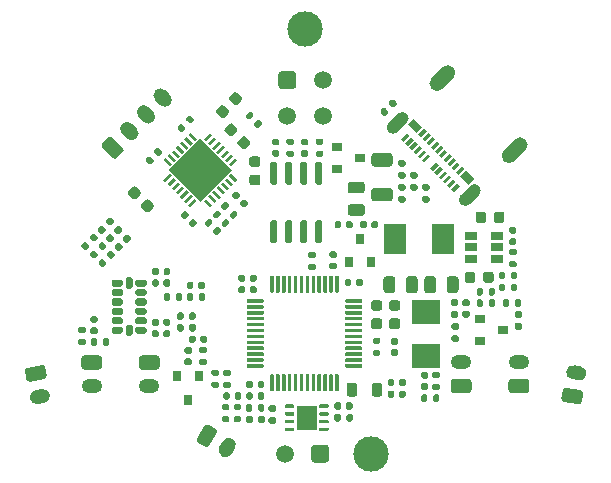
<source format=gbr>
%TF.GenerationSoftware,KiCad,Pcbnew,(5.1.10)-1*%
%TF.CreationDate,2021-12-06T16:33:20+01:00*%
%TF.ProjectId,MiniAB-CAN-Board,4d696e69-4142-42d4-9341-4e2d426f6172,rev?*%
%TF.SameCoordinates,Original*%
%TF.FileFunction,Soldermask,Bot*%
%TF.FilePolarity,Negative*%
%FSLAX46Y46*%
G04 Gerber Fmt 4.6, Leading zero omitted, Abs format (unit mm)*
G04 Created by KiCad (PCBNEW (5.1.10)-1) date 2021-12-06 16:33:20*
%MOMM*%
%LPD*%
G01*
G04 APERTURE LIST*
%ADD10C,1.500000*%
%ADD11C,3.000000*%
%ADD12C,0.100000*%
%ADD13R,1.700000X2.050000*%
%ADD14R,2.400000X2.000000*%
%ADD15R,0.800000X0.900000*%
%ADD16R,1.060000X0.650000*%
%ADD17R,0.900000X0.800000*%
%ADD18R,1.900000X2.500000*%
%ADD19O,1.750000X1.200000*%
G04 APERTURE END LIST*
D10*
%TO.C,J6*%
X-24996400Y-69392800D03*
G36*
G01*
X-22496400Y-68642800D02*
X-21496400Y-68642800D01*
G75*
G02*
X-21246400Y-68892800I0J-250000D01*
G01*
X-21246400Y-69892800D01*
G75*
G02*
X-21496400Y-70142800I-250000J0D01*
G01*
X-22496400Y-70142800D01*
G75*
G02*
X-22746400Y-69892800I0J250000D01*
G01*
X-22746400Y-68892800D01*
G75*
G02*
X-22496400Y-68642800I250000J0D01*
G01*
G37*
D11*
X-17676400Y-69392800D03*
%TD*%
%TO.C,R12*%
G36*
G01*
X-33564800Y-58539800D02*
X-33564800Y-58909800D01*
G75*
G02*
X-33699800Y-59044800I-135000J0D01*
G01*
X-33969800Y-59044800D01*
G75*
G02*
X-34104800Y-58909800I0J135000D01*
G01*
X-34104800Y-58539800D01*
G75*
G02*
X-33969800Y-58404800I135000J0D01*
G01*
X-33699800Y-58404800D01*
G75*
G02*
X-33564800Y-58539800I0J-135000D01*
G01*
G37*
G36*
G01*
X-32544800Y-58539800D02*
X-32544800Y-58909800D01*
G75*
G02*
X-32679800Y-59044800I-135000J0D01*
G01*
X-32949800Y-59044800D01*
G75*
G02*
X-33084800Y-58909800I0J135000D01*
G01*
X-33084800Y-58539800D01*
G75*
G02*
X-32949800Y-58404800I135000J0D01*
G01*
X-32679800Y-58404800D01*
G75*
G02*
X-32544800Y-58539800I0J-135000D01*
G01*
G37*
%TD*%
D12*
%TO.C,U4*%
G36*
X-32143700Y-42670323D02*
G01*
X-29449623Y-45364400D01*
X-32143700Y-48058477D01*
X-34837777Y-45364400D01*
X-32143700Y-42670323D01*
G37*
G36*
X-32977874Y-42229301D02*
G01*
X-32439059Y-42768116D01*
X-32618664Y-42947721D01*
X-33157479Y-42408906D01*
X-32977874Y-42229301D01*
G37*
G36*
X-33331426Y-42582854D02*
G01*
X-32792611Y-43121669D01*
X-32972216Y-43301274D01*
X-33511031Y-42762459D01*
X-33331426Y-42582854D01*
G37*
G36*
X-33684981Y-42936408D02*
G01*
X-33146166Y-43475223D01*
X-33325771Y-43654828D01*
X-33864586Y-43116013D01*
X-33684981Y-42936408D01*
G37*
G36*
X-34038534Y-43289961D02*
G01*
X-33499719Y-43828776D01*
X-33679324Y-44008381D01*
X-34218139Y-43469566D01*
X-34038534Y-43289961D01*
G37*
G36*
X-34392087Y-43643514D02*
G01*
X-33853272Y-44182329D01*
X-34032877Y-44361934D01*
X-34571692Y-43823119D01*
X-34392087Y-43643514D01*
G37*
G36*
X-34745641Y-43997069D02*
G01*
X-34206826Y-44535884D01*
X-34386431Y-44715489D01*
X-34925246Y-44176674D01*
X-34745641Y-43997069D01*
G37*
G36*
X-35099194Y-44350621D02*
G01*
X-34560379Y-44889436D01*
X-34739984Y-45069041D01*
X-35278799Y-44530226D01*
X-35099194Y-44350621D01*
G37*
G36*
X-34560379Y-45839364D02*
G01*
X-35099194Y-46378179D01*
X-35278799Y-46198574D01*
X-34739984Y-45659759D01*
X-34560379Y-45839364D01*
G37*
G36*
X-34206826Y-46192916D02*
G01*
X-34745641Y-46731731D01*
X-34925246Y-46552126D01*
X-34386431Y-46013311D01*
X-34206826Y-46192916D01*
G37*
G36*
X-33853272Y-46546471D02*
G01*
X-34392087Y-47085286D01*
X-34571692Y-46905681D01*
X-34032877Y-46366866D01*
X-33853272Y-46546471D01*
G37*
G36*
X-33499719Y-46900024D02*
G01*
X-34038534Y-47438839D01*
X-34218139Y-47259234D01*
X-33679324Y-46720419D01*
X-33499719Y-46900024D01*
G37*
G36*
X-33146166Y-47253577D02*
G01*
X-33684981Y-47792392D01*
X-33864586Y-47612787D01*
X-33325771Y-47073972D01*
X-33146166Y-47253577D01*
G37*
G36*
X-32792611Y-47607131D02*
G01*
X-33331426Y-48145946D01*
X-33511031Y-47966341D01*
X-32972216Y-47427526D01*
X-32792611Y-47607131D01*
G37*
G36*
X-32439059Y-47960684D02*
G01*
X-32977874Y-48499499D01*
X-33157479Y-48319894D01*
X-32618664Y-47781079D01*
X-32439059Y-47960684D01*
G37*
G36*
X-31668736Y-47781079D02*
G01*
X-31129921Y-48319894D01*
X-31309526Y-48499499D01*
X-31848341Y-47960684D01*
X-31668736Y-47781079D01*
G37*
G36*
X-31315184Y-47427526D02*
G01*
X-30776369Y-47966341D01*
X-30955974Y-48145946D01*
X-31494789Y-47607131D01*
X-31315184Y-47427526D01*
G37*
G36*
X-30961629Y-47073972D02*
G01*
X-30422814Y-47612787D01*
X-30602419Y-47792392D01*
X-31141234Y-47253577D01*
X-30961629Y-47073972D01*
G37*
G36*
X-30608076Y-46720419D02*
G01*
X-30069261Y-47259234D01*
X-30248866Y-47438839D01*
X-30787681Y-46900024D01*
X-30608076Y-46720419D01*
G37*
G36*
X-30254523Y-46366866D02*
G01*
X-29715708Y-46905681D01*
X-29895313Y-47085286D01*
X-30434128Y-46546471D01*
X-30254523Y-46366866D01*
G37*
G36*
X-29900969Y-46013311D02*
G01*
X-29362154Y-46552126D01*
X-29541759Y-46731731D01*
X-30080574Y-46192916D01*
X-29900969Y-46013311D01*
G37*
G36*
X-29547416Y-45659759D02*
G01*
X-29008601Y-46198574D01*
X-29188206Y-46378179D01*
X-29727021Y-45839364D01*
X-29547416Y-45659759D01*
G37*
G36*
X-29008601Y-44530226D02*
G01*
X-29547416Y-45069041D01*
X-29727021Y-44889436D01*
X-29188206Y-44350621D01*
X-29008601Y-44530226D01*
G37*
G36*
X-29362154Y-44176674D02*
G01*
X-29900969Y-44715489D01*
X-30080574Y-44535884D01*
X-29541759Y-43997069D01*
X-29362154Y-44176674D01*
G37*
G36*
X-29715708Y-43823119D02*
G01*
X-30254523Y-44361934D01*
X-30434128Y-44182329D01*
X-29895313Y-43643514D01*
X-29715708Y-43823119D01*
G37*
G36*
X-30069261Y-43469566D02*
G01*
X-30608076Y-44008381D01*
X-30787681Y-43828776D01*
X-30248866Y-43289961D01*
X-30069261Y-43469566D01*
G37*
G36*
X-30422814Y-43116013D02*
G01*
X-30961629Y-43654828D01*
X-31141234Y-43475223D01*
X-30602419Y-42936408D01*
X-30422814Y-43116013D01*
G37*
G36*
X-30776369Y-42762459D02*
G01*
X-31315184Y-43301274D01*
X-31494789Y-43121669D01*
X-30955974Y-42582854D01*
X-30776369Y-42762459D01*
G37*
G36*
X-31129921Y-42408906D02*
G01*
X-31668736Y-42947721D01*
X-31848341Y-42768116D01*
X-31309526Y-42229301D01*
X-31129921Y-42408906D01*
G37*
%TD*%
D13*
%TO.C,Q1*%
X-23139400Y-66344800D03*
G36*
G01*
X-22089400Y-67394800D02*
X-22089400Y-67244800D01*
G75*
G02*
X-22014400Y-67169800I75000J0D01*
G01*
X-21364400Y-67169800D01*
G75*
G02*
X-21289400Y-67244800I0J-75000D01*
G01*
X-21289400Y-67394800D01*
G75*
G02*
X-21364400Y-67469800I-75000J0D01*
G01*
X-22014400Y-67469800D01*
G75*
G02*
X-22089400Y-67394800I0J75000D01*
G01*
G37*
G36*
G01*
X-22089400Y-66744800D02*
X-22089400Y-66594800D01*
G75*
G02*
X-22014400Y-66519800I75000J0D01*
G01*
X-21364400Y-66519800D01*
G75*
G02*
X-21289400Y-66594800I0J-75000D01*
G01*
X-21289400Y-66744800D01*
G75*
G02*
X-21364400Y-66819800I-75000J0D01*
G01*
X-22014400Y-66819800D01*
G75*
G02*
X-22089400Y-66744800I0J75000D01*
G01*
G37*
G36*
G01*
X-22089400Y-66094800D02*
X-22089400Y-65944800D01*
G75*
G02*
X-22014400Y-65869800I75000J0D01*
G01*
X-21364400Y-65869800D01*
G75*
G02*
X-21289400Y-65944800I0J-75000D01*
G01*
X-21289400Y-66094800D01*
G75*
G02*
X-21364400Y-66169800I-75000J0D01*
G01*
X-22014400Y-66169800D01*
G75*
G02*
X-22089400Y-66094800I0J75000D01*
G01*
G37*
G36*
G01*
X-22089400Y-65444800D02*
X-22089400Y-65294800D01*
G75*
G02*
X-22014400Y-65219800I75000J0D01*
G01*
X-21364400Y-65219800D01*
G75*
G02*
X-21289400Y-65294800I0J-75000D01*
G01*
X-21289400Y-65444800D01*
G75*
G02*
X-21364400Y-65519800I-75000J0D01*
G01*
X-22014400Y-65519800D01*
G75*
G02*
X-22089400Y-65444800I0J75000D01*
G01*
G37*
G36*
G01*
X-24989400Y-65444800D02*
X-24989400Y-65294800D01*
G75*
G02*
X-24914400Y-65219800I75000J0D01*
G01*
X-24264400Y-65219800D01*
G75*
G02*
X-24189400Y-65294800I0J-75000D01*
G01*
X-24189400Y-65444800D01*
G75*
G02*
X-24264400Y-65519800I-75000J0D01*
G01*
X-24914400Y-65519800D01*
G75*
G02*
X-24989400Y-65444800I0J75000D01*
G01*
G37*
G36*
G01*
X-24989400Y-66094800D02*
X-24989400Y-65944800D01*
G75*
G02*
X-24914400Y-65869800I75000J0D01*
G01*
X-24264400Y-65869800D01*
G75*
G02*
X-24189400Y-65944800I0J-75000D01*
G01*
X-24189400Y-66094800D01*
G75*
G02*
X-24264400Y-66169800I-75000J0D01*
G01*
X-24914400Y-66169800D01*
G75*
G02*
X-24989400Y-66094800I0J75000D01*
G01*
G37*
G36*
G01*
X-24989400Y-66744800D02*
X-24989400Y-66594800D01*
G75*
G02*
X-24914400Y-66519800I75000J0D01*
G01*
X-24264400Y-66519800D01*
G75*
G02*
X-24189400Y-66594800I0J-75000D01*
G01*
X-24189400Y-66744800D01*
G75*
G02*
X-24264400Y-66819800I-75000J0D01*
G01*
X-24914400Y-66819800D01*
G75*
G02*
X-24989400Y-66744800I0J75000D01*
G01*
G37*
G36*
G01*
X-24989400Y-67394800D02*
X-24989400Y-67244800D01*
G75*
G02*
X-24914400Y-67169800I75000J0D01*
G01*
X-24264400Y-67169800D01*
G75*
G02*
X-24189400Y-67244800I0J-75000D01*
G01*
X-24189400Y-67394800D01*
G75*
G02*
X-24264400Y-67469800I-75000J0D01*
G01*
X-24914400Y-67469800D01*
G75*
G02*
X-24989400Y-67394800I0J75000D01*
G01*
G37*
%TD*%
D14*
%TO.C,Y1*%
X-13004800Y-57382800D03*
X-13004800Y-61082800D03*
%TD*%
%TO.C,U5*%
G36*
G01*
X-21973400Y-46607600D02*
X-22273400Y-46607600D01*
G75*
G02*
X-22423400Y-46457600I0J150000D01*
G01*
X-22423400Y-44807600D01*
G75*
G02*
X-22273400Y-44657600I150000J0D01*
G01*
X-21973400Y-44657600D01*
G75*
G02*
X-21823400Y-44807600I0J-150000D01*
G01*
X-21823400Y-46457600D01*
G75*
G02*
X-21973400Y-46607600I-150000J0D01*
G01*
G37*
G36*
G01*
X-23243400Y-46607600D02*
X-23543400Y-46607600D01*
G75*
G02*
X-23693400Y-46457600I0J150000D01*
G01*
X-23693400Y-44807600D01*
G75*
G02*
X-23543400Y-44657600I150000J0D01*
G01*
X-23243400Y-44657600D01*
G75*
G02*
X-23093400Y-44807600I0J-150000D01*
G01*
X-23093400Y-46457600D01*
G75*
G02*
X-23243400Y-46607600I-150000J0D01*
G01*
G37*
G36*
G01*
X-24513400Y-46607600D02*
X-24813400Y-46607600D01*
G75*
G02*
X-24963400Y-46457600I0J150000D01*
G01*
X-24963400Y-44807600D01*
G75*
G02*
X-24813400Y-44657600I150000J0D01*
G01*
X-24513400Y-44657600D01*
G75*
G02*
X-24363400Y-44807600I0J-150000D01*
G01*
X-24363400Y-46457600D01*
G75*
G02*
X-24513400Y-46607600I-150000J0D01*
G01*
G37*
G36*
G01*
X-25783400Y-46607600D02*
X-26083400Y-46607600D01*
G75*
G02*
X-26233400Y-46457600I0J150000D01*
G01*
X-26233400Y-44807600D01*
G75*
G02*
X-26083400Y-44657600I150000J0D01*
G01*
X-25783400Y-44657600D01*
G75*
G02*
X-25633400Y-44807600I0J-150000D01*
G01*
X-25633400Y-46457600D01*
G75*
G02*
X-25783400Y-46607600I-150000J0D01*
G01*
G37*
G36*
G01*
X-25783400Y-51557600D02*
X-26083400Y-51557600D01*
G75*
G02*
X-26233400Y-51407600I0J150000D01*
G01*
X-26233400Y-49757600D01*
G75*
G02*
X-26083400Y-49607600I150000J0D01*
G01*
X-25783400Y-49607600D01*
G75*
G02*
X-25633400Y-49757600I0J-150000D01*
G01*
X-25633400Y-51407600D01*
G75*
G02*
X-25783400Y-51557600I-150000J0D01*
G01*
G37*
G36*
G01*
X-24513400Y-51557600D02*
X-24813400Y-51557600D01*
G75*
G02*
X-24963400Y-51407600I0J150000D01*
G01*
X-24963400Y-49757600D01*
G75*
G02*
X-24813400Y-49607600I150000J0D01*
G01*
X-24513400Y-49607600D01*
G75*
G02*
X-24363400Y-49757600I0J-150000D01*
G01*
X-24363400Y-51407600D01*
G75*
G02*
X-24513400Y-51557600I-150000J0D01*
G01*
G37*
G36*
G01*
X-23243400Y-51557600D02*
X-23543400Y-51557600D01*
G75*
G02*
X-23693400Y-51407600I0J150000D01*
G01*
X-23693400Y-49757600D01*
G75*
G02*
X-23543400Y-49607600I150000J0D01*
G01*
X-23243400Y-49607600D01*
G75*
G02*
X-23093400Y-49757600I0J-150000D01*
G01*
X-23093400Y-51407600D01*
G75*
G02*
X-23243400Y-51557600I-150000J0D01*
G01*
G37*
G36*
G01*
X-21973400Y-51557600D02*
X-22273400Y-51557600D01*
G75*
G02*
X-22423400Y-51407600I0J150000D01*
G01*
X-22423400Y-49757600D01*
G75*
G02*
X-22273400Y-49607600I150000J0D01*
G01*
X-21973400Y-49607600D01*
G75*
G02*
X-21823400Y-49757600I0J-150000D01*
G01*
X-21823400Y-51407600D01*
G75*
G02*
X-21973400Y-51557600I-150000J0D01*
G01*
G37*
%TD*%
D15*
%TO.C,U3*%
X-18643600Y-51171600D03*
X-19593600Y-53171600D03*
X-17693600Y-53171600D03*
%TD*%
D16*
%TO.C,U2*%
X-7028000Y-51917600D03*
X-7028000Y-52867600D03*
X-7028000Y-50967600D03*
X-9228000Y-50967600D03*
X-9228000Y-51917600D03*
X-9228000Y-52867600D03*
%TD*%
%TO.C,U1*%
G36*
G01*
X-20429900Y-54382400D02*
X-20429900Y-55707400D01*
G75*
G02*
X-20504900Y-55782400I-75000J0D01*
G01*
X-20654900Y-55782400D01*
G75*
G02*
X-20729900Y-55707400I0J75000D01*
G01*
X-20729900Y-54382400D01*
G75*
G02*
X-20654900Y-54307400I75000J0D01*
G01*
X-20504900Y-54307400D01*
G75*
G02*
X-20429900Y-54382400I0J-75000D01*
G01*
G37*
G36*
G01*
X-20929900Y-54382400D02*
X-20929900Y-55707400D01*
G75*
G02*
X-21004900Y-55782400I-75000J0D01*
G01*
X-21154900Y-55782400D01*
G75*
G02*
X-21229900Y-55707400I0J75000D01*
G01*
X-21229900Y-54382400D01*
G75*
G02*
X-21154900Y-54307400I75000J0D01*
G01*
X-21004900Y-54307400D01*
G75*
G02*
X-20929900Y-54382400I0J-75000D01*
G01*
G37*
G36*
G01*
X-21429900Y-54382400D02*
X-21429900Y-55707400D01*
G75*
G02*
X-21504900Y-55782400I-75000J0D01*
G01*
X-21654900Y-55782400D01*
G75*
G02*
X-21729900Y-55707400I0J75000D01*
G01*
X-21729900Y-54382400D01*
G75*
G02*
X-21654900Y-54307400I75000J0D01*
G01*
X-21504900Y-54307400D01*
G75*
G02*
X-21429900Y-54382400I0J-75000D01*
G01*
G37*
G36*
G01*
X-21929900Y-54382400D02*
X-21929900Y-55707400D01*
G75*
G02*
X-22004900Y-55782400I-75000J0D01*
G01*
X-22154900Y-55782400D01*
G75*
G02*
X-22229900Y-55707400I0J75000D01*
G01*
X-22229900Y-54382400D01*
G75*
G02*
X-22154900Y-54307400I75000J0D01*
G01*
X-22004900Y-54307400D01*
G75*
G02*
X-21929900Y-54382400I0J-75000D01*
G01*
G37*
G36*
G01*
X-22429900Y-54382400D02*
X-22429900Y-55707400D01*
G75*
G02*
X-22504900Y-55782400I-75000J0D01*
G01*
X-22654900Y-55782400D01*
G75*
G02*
X-22729900Y-55707400I0J75000D01*
G01*
X-22729900Y-54382400D01*
G75*
G02*
X-22654900Y-54307400I75000J0D01*
G01*
X-22504900Y-54307400D01*
G75*
G02*
X-22429900Y-54382400I0J-75000D01*
G01*
G37*
G36*
G01*
X-22929900Y-54382400D02*
X-22929900Y-55707400D01*
G75*
G02*
X-23004900Y-55782400I-75000J0D01*
G01*
X-23154900Y-55782400D01*
G75*
G02*
X-23229900Y-55707400I0J75000D01*
G01*
X-23229900Y-54382400D01*
G75*
G02*
X-23154900Y-54307400I75000J0D01*
G01*
X-23004900Y-54307400D01*
G75*
G02*
X-22929900Y-54382400I0J-75000D01*
G01*
G37*
G36*
G01*
X-23429900Y-54382400D02*
X-23429900Y-55707400D01*
G75*
G02*
X-23504900Y-55782400I-75000J0D01*
G01*
X-23654900Y-55782400D01*
G75*
G02*
X-23729900Y-55707400I0J75000D01*
G01*
X-23729900Y-54382400D01*
G75*
G02*
X-23654900Y-54307400I75000J0D01*
G01*
X-23504900Y-54307400D01*
G75*
G02*
X-23429900Y-54382400I0J-75000D01*
G01*
G37*
G36*
G01*
X-23929900Y-54382400D02*
X-23929900Y-55707400D01*
G75*
G02*
X-24004900Y-55782400I-75000J0D01*
G01*
X-24154900Y-55782400D01*
G75*
G02*
X-24229900Y-55707400I0J75000D01*
G01*
X-24229900Y-54382400D01*
G75*
G02*
X-24154900Y-54307400I75000J0D01*
G01*
X-24004900Y-54307400D01*
G75*
G02*
X-23929900Y-54382400I0J-75000D01*
G01*
G37*
G36*
G01*
X-24429900Y-54382400D02*
X-24429900Y-55707400D01*
G75*
G02*
X-24504900Y-55782400I-75000J0D01*
G01*
X-24654900Y-55782400D01*
G75*
G02*
X-24729900Y-55707400I0J75000D01*
G01*
X-24729900Y-54382400D01*
G75*
G02*
X-24654900Y-54307400I75000J0D01*
G01*
X-24504900Y-54307400D01*
G75*
G02*
X-24429900Y-54382400I0J-75000D01*
G01*
G37*
G36*
G01*
X-24929900Y-54382400D02*
X-24929900Y-55707400D01*
G75*
G02*
X-25004900Y-55782400I-75000J0D01*
G01*
X-25154900Y-55782400D01*
G75*
G02*
X-25229900Y-55707400I0J75000D01*
G01*
X-25229900Y-54382400D01*
G75*
G02*
X-25154900Y-54307400I75000J0D01*
G01*
X-25004900Y-54307400D01*
G75*
G02*
X-24929900Y-54382400I0J-75000D01*
G01*
G37*
G36*
G01*
X-25429900Y-54382400D02*
X-25429900Y-55707400D01*
G75*
G02*
X-25504900Y-55782400I-75000J0D01*
G01*
X-25654900Y-55782400D01*
G75*
G02*
X-25729900Y-55707400I0J75000D01*
G01*
X-25729900Y-54382400D01*
G75*
G02*
X-25654900Y-54307400I75000J0D01*
G01*
X-25504900Y-54307400D01*
G75*
G02*
X-25429900Y-54382400I0J-75000D01*
G01*
G37*
G36*
G01*
X-25929900Y-54382400D02*
X-25929900Y-55707400D01*
G75*
G02*
X-26004900Y-55782400I-75000J0D01*
G01*
X-26154900Y-55782400D01*
G75*
G02*
X-26229900Y-55707400I0J75000D01*
G01*
X-26229900Y-54382400D01*
G75*
G02*
X-26154900Y-54307400I75000J0D01*
G01*
X-26004900Y-54307400D01*
G75*
G02*
X-25929900Y-54382400I0J-75000D01*
G01*
G37*
G36*
G01*
X-26754900Y-56382400D02*
X-26754900Y-56532400D01*
G75*
G02*
X-26829900Y-56607400I-75000J0D01*
G01*
X-28154900Y-56607400D01*
G75*
G02*
X-28229900Y-56532400I0J75000D01*
G01*
X-28229900Y-56382400D01*
G75*
G02*
X-28154900Y-56307400I75000J0D01*
G01*
X-26829900Y-56307400D01*
G75*
G02*
X-26754900Y-56382400I0J-75000D01*
G01*
G37*
G36*
G01*
X-26754900Y-56882400D02*
X-26754900Y-57032400D01*
G75*
G02*
X-26829900Y-57107400I-75000J0D01*
G01*
X-28154900Y-57107400D01*
G75*
G02*
X-28229900Y-57032400I0J75000D01*
G01*
X-28229900Y-56882400D01*
G75*
G02*
X-28154900Y-56807400I75000J0D01*
G01*
X-26829900Y-56807400D01*
G75*
G02*
X-26754900Y-56882400I0J-75000D01*
G01*
G37*
G36*
G01*
X-26754900Y-57382400D02*
X-26754900Y-57532400D01*
G75*
G02*
X-26829900Y-57607400I-75000J0D01*
G01*
X-28154900Y-57607400D01*
G75*
G02*
X-28229900Y-57532400I0J75000D01*
G01*
X-28229900Y-57382400D01*
G75*
G02*
X-28154900Y-57307400I75000J0D01*
G01*
X-26829900Y-57307400D01*
G75*
G02*
X-26754900Y-57382400I0J-75000D01*
G01*
G37*
G36*
G01*
X-26754900Y-57882400D02*
X-26754900Y-58032400D01*
G75*
G02*
X-26829900Y-58107400I-75000J0D01*
G01*
X-28154900Y-58107400D01*
G75*
G02*
X-28229900Y-58032400I0J75000D01*
G01*
X-28229900Y-57882400D01*
G75*
G02*
X-28154900Y-57807400I75000J0D01*
G01*
X-26829900Y-57807400D01*
G75*
G02*
X-26754900Y-57882400I0J-75000D01*
G01*
G37*
G36*
G01*
X-26754900Y-58382400D02*
X-26754900Y-58532400D01*
G75*
G02*
X-26829900Y-58607400I-75000J0D01*
G01*
X-28154900Y-58607400D01*
G75*
G02*
X-28229900Y-58532400I0J75000D01*
G01*
X-28229900Y-58382400D01*
G75*
G02*
X-28154900Y-58307400I75000J0D01*
G01*
X-26829900Y-58307400D01*
G75*
G02*
X-26754900Y-58382400I0J-75000D01*
G01*
G37*
G36*
G01*
X-26754900Y-58882400D02*
X-26754900Y-59032400D01*
G75*
G02*
X-26829900Y-59107400I-75000J0D01*
G01*
X-28154900Y-59107400D01*
G75*
G02*
X-28229900Y-59032400I0J75000D01*
G01*
X-28229900Y-58882400D01*
G75*
G02*
X-28154900Y-58807400I75000J0D01*
G01*
X-26829900Y-58807400D01*
G75*
G02*
X-26754900Y-58882400I0J-75000D01*
G01*
G37*
G36*
G01*
X-26754900Y-59382400D02*
X-26754900Y-59532400D01*
G75*
G02*
X-26829900Y-59607400I-75000J0D01*
G01*
X-28154900Y-59607400D01*
G75*
G02*
X-28229900Y-59532400I0J75000D01*
G01*
X-28229900Y-59382400D01*
G75*
G02*
X-28154900Y-59307400I75000J0D01*
G01*
X-26829900Y-59307400D01*
G75*
G02*
X-26754900Y-59382400I0J-75000D01*
G01*
G37*
G36*
G01*
X-26754900Y-59882400D02*
X-26754900Y-60032400D01*
G75*
G02*
X-26829900Y-60107400I-75000J0D01*
G01*
X-28154900Y-60107400D01*
G75*
G02*
X-28229900Y-60032400I0J75000D01*
G01*
X-28229900Y-59882400D01*
G75*
G02*
X-28154900Y-59807400I75000J0D01*
G01*
X-26829900Y-59807400D01*
G75*
G02*
X-26754900Y-59882400I0J-75000D01*
G01*
G37*
G36*
G01*
X-26754900Y-60382400D02*
X-26754900Y-60532400D01*
G75*
G02*
X-26829900Y-60607400I-75000J0D01*
G01*
X-28154900Y-60607400D01*
G75*
G02*
X-28229900Y-60532400I0J75000D01*
G01*
X-28229900Y-60382400D01*
G75*
G02*
X-28154900Y-60307400I75000J0D01*
G01*
X-26829900Y-60307400D01*
G75*
G02*
X-26754900Y-60382400I0J-75000D01*
G01*
G37*
G36*
G01*
X-26754900Y-60882400D02*
X-26754900Y-61032400D01*
G75*
G02*
X-26829900Y-61107400I-75000J0D01*
G01*
X-28154900Y-61107400D01*
G75*
G02*
X-28229900Y-61032400I0J75000D01*
G01*
X-28229900Y-60882400D01*
G75*
G02*
X-28154900Y-60807400I75000J0D01*
G01*
X-26829900Y-60807400D01*
G75*
G02*
X-26754900Y-60882400I0J-75000D01*
G01*
G37*
G36*
G01*
X-26754900Y-61382400D02*
X-26754900Y-61532400D01*
G75*
G02*
X-26829900Y-61607400I-75000J0D01*
G01*
X-28154900Y-61607400D01*
G75*
G02*
X-28229900Y-61532400I0J75000D01*
G01*
X-28229900Y-61382400D01*
G75*
G02*
X-28154900Y-61307400I75000J0D01*
G01*
X-26829900Y-61307400D01*
G75*
G02*
X-26754900Y-61382400I0J-75000D01*
G01*
G37*
G36*
G01*
X-26754900Y-61882400D02*
X-26754900Y-62032400D01*
G75*
G02*
X-26829900Y-62107400I-75000J0D01*
G01*
X-28154900Y-62107400D01*
G75*
G02*
X-28229900Y-62032400I0J75000D01*
G01*
X-28229900Y-61882400D01*
G75*
G02*
X-28154900Y-61807400I75000J0D01*
G01*
X-26829900Y-61807400D01*
G75*
G02*
X-26754900Y-61882400I0J-75000D01*
G01*
G37*
G36*
G01*
X-25929900Y-62707400D02*
X-25929900Y-64032400D01*
G75*
G02*
X-26004900Y-64107400I-75000J0D01*
G01*
X-26154900Y-64107400D01*
G75*
G02*
X-26229900Y-64032400I0J75000D01*
G01*
X-26229900Y-62707400D01*
G75*
G02*
X-26154900Y-62632400I75000J0D01*
G01*
X-26004900Y-62632400D01*
G75*
G02*
X-25929900Y-62707400I0J-75000D01*
G01*
G37*
G36*
G01*
X-25429900Y-62707400D02*
X-25429900Y-64032400D01*
G75*
G02*
X-25504900Y-64107400I-75000J0D01*
G01*
X-25654900Y-64107400D01*
G75*
G02*
X-25729900Y-64032400I0J75000D01*
G01*
X-25729900Y-62707400D01*
G75*
G02*
X-25654900Y-62632400I75000J0D01*
G01*
X-25504900Y-62632400D01*
G75*
G02*
X-25429900Y-62707400I0J-75000D01*
G01*
G37*
G36*
G01*
X-24929900Y-62707400D02*
X-24929900Y-64032400D01*
G75*
G02*
X-25004900Y-64107400I-75000J0D01*
G01*
X-25154900Y-64107400D01*
G75*
G02*
X-25229900Y-64032400I0J75000D01*
G01*
X-25229900Y-62707400D01*
G75*
G02*
X-25154900Y-62632400I75000J0D01*
G01*
X-25004900Y-62632400D01*
G75*
G02*
X-24929900Y-62707400I0J-75000D01*
G01*
G37*
G36*
G01*
X-24429900Y-62707400D02*
X-24429900Y-64032400D01*
G75*
G02*
X-24504900Y-64107400I-75000J0D01*
G01*
X-24654900Y-64107400D01*
G75*
G02*
X-24729900Y-64032400I0J75000D01*
G01*
X-24729900Y-62707400D01*
G75*
G02*
X-24654900Y-62632400I75000J0D01*
G01*
X-24504900Y-62632400D01*
G75*
G02*
X-24429900Y-62707400I0J-75000D01*
G01*
G37*
G36*
G01*
X-23929900Y-62707400D02*
X-23929900Y-64032400D01*
G75*
G02*
X-24004900Y-64107400I-75000J0D01*
G01*
X-24154900Y-64107400D01*
G75*
G02*
X-24229900Y-64032400I0J75000D01*
G01*
X-24229900Y-62707400D01*
G75*
G02*
X-24154900Y-62632400I75000J0D01*
G01*
X-24004900Y-62632400D01*
G75*
G02*
X-23929900Y-62707400I0J-75000D01*
G01*
G37*
G36*
G01*
X-23429900Y-62707400D02*
X-23429900Y-64032400D01*
G75*
G02*
X-23504900Y-64107400I-75000J0D01*
G01*
X-23654900Y-64107400D01*
G75*
G02*
X-23729900Y-64032400I0J75000D01*
G01*
X-23729900Y-62707400D01*
G75*
G02*
X-23654900Y-62632400I75000J0D01*
G01*
X-23504900Y-62632400D01*
G75*
G02*
X-23429900Y-62707400I0J-75000D01*
G01*
G37*
G36*
G01*
X-22929900Y-62707400D02*
X-22929900Y-64032400D01*
G75*
G02*
X-23004900Y-64107400I-75000J0D01*
G01*
X-23154900Y-64107400D01*
G75*
G02*
X-23229900Y-64032400I0J75000D01*
G01*
X-23229900Y-62707400D01*
G75*
G02*
X-23154900Y-62632400I75000J0D01*
G01*
X-23004900Y-62632400D01*
G75*
G02*
X-22929900Y-62707400I0J-75000D01*
G01*
G37*
G36*
G01*
X-22429900Y-62707400D02*
X-22429900Y-64032400D01*
G75*
G02*
X-22504900Y-64107400I-75000J0D01*
G01*
X-22654900Y-64107400D01*
G75*
G02*
X-22729900Y-64032400I0J75000D01*
G01*
X-22729900Y-62707400D01*
G75*
G02*
X-22654900Y-62632400I75000J0D01*
G01*
X-22504900Y-62632400D01*
G75*
G02*
X-22429900Y-62707400I0J-75000D01*
G01*
G37*
G36*
G01*
X-21929900Y-62707400D02*
X-21929900Y-64032400D01*
G75*
G02*
X-22004900Y-64107400I-75000J0D01*
G01*
X-22154900Y-64107400D01*
G75*
G02*
X-22229900Y-64032400I0J75000D01*
G01*
X-22229900Y-62707400D01*
G75*
G02*
X-22154900Y-62632400I75000J0D01*
G01*
X-22004900Y-62632400D01*
G75*
G02*
X-21929900Y-62707400I0J-75000D01*
G01*
G37*
G36*
G01*
X-21429900Y-62707400D02*
X-21429900Y-64032400D01*
G75*
G02*
X-21504900Y-64107400I-75000J0D01*
G01*
X-21654900Y-64107400D01*
G75*
G02*
X-21729900Y-64032400I0J75000D01*
G01*
X-21729900Y-62707400D01*
G75*
G02*
X-21654900Y-62632400I75000J0D01*
G01*
X-21504900Y-62632400D01*
G75*
G02*
X-21429900Y-62707400I0J-75000D01*
G01*
G37*
G36*
G01*
X-20929900Y-62707400D02*
X-20929900Y-64032400D01*
G75*
G02*
X-21004900Y-64107400I-75000J0D01*
G01*
X-21154900Y-64107400D01*
G75*
G02*
X-21229900Y-64032400I0J75000D01*
G01*
X-21229900Y-62707400D01*
G75*
G02*
X-21154900Y-62632400I75000J0D01*
G01*
X-21004900Y-62632400D01*
G75*
G02*
X-20929900Y-62707400I0J-75000D01*
G01*
G37*
G36*
G01*
X-20429900Y-62707400D02*
X-20429900Y-64032400D01*
G75*
G02*
X-20504900Y-64107400I-75000J0D01*
G01*
X-20654900Y-64107400D01*
G75*
G02*
X-20729900Y-64032400I0J75000D01*
G01*
X-20729900Y-62707400D01*
G75*
G02*
X-20654900Y-62632400I75000J0D01*
G01*
X-20504900Y-62632400D01*
G75*
G02*
X-20429900Y-62707400I0J-75000D01*
G01*
G37*
G36*
G01*
X-18429900Y-61882400D02*
X-18429900Y-62032400D01*
G75*
G02*
X-18504900Y-62107400I-75000J0D01*
G01*
X-19829900Y-62107400D01*
G75*
G02*
X-19904900Y-62032400I0J75000D01*
G01*
X-19904900Y-61882400D01*
G75*
G02*
X-19829900Y-61807400I75000J0D01*
G01*
X-18504900Y-61807400D01*
G75*
G02*
X-18429900Y-61882400I0J-75000D01*
G01*
G37*
G36*
G01*
X-18429900Y-61382400D02*
X-18429900Y-61532400D01*
G75*
G02*
X-18504900Y-61607400I-75000J0D01*
G01*
X-19829900Y-61607400D01*
G75*
G02*
X-19904900Y-61532400I0J75000D01*
G01*
X-19904900Y-61382400D01*
G75*
G02*
X-19829900Y-61307400I75000J0D01*
G01*
X-18504900Y-61307400D01*
G75*
G02*
X-18429900Y-61382400I0J-75000D01*
G01*
G37*
G36*
G01*
X-18429900Y-60882400D02*
X-18429900Y-61032400D01*
G75*
G02*
X-18504900Y-61107400I-75000J0D01*
G01*
X-19829900Y-61107400D01*
G75*
G02*
X-19904900Y-61032400I0J75000D01*
G01*
X-19904900Y-60882400D01*
G75*
G02*
X-19829900Y-60807400I75000J0D01*
G01*
X-18504900Y-60807400D01*
G75*
G02*
X-18429900Y-60882400I0J-75000D01*
G01*
G37*
G36*
G01*
X-18429900Y-60382400D02*
X-18429900Y-60532400D01*
G75*
G02*
X-18504900Y-60607400I-75000J0D01*
G01*
X-19829900Y-60607400D01*
G75*
G02*
X-19904900Y-60532400I0J75000D01*
G01*
X-19904900Y-60382400D01*
G75*
G02*
X-19829900Y-60307400I75000J0D01*
G01*
X-18504900Y-60307400D01*
G75*
G02*
X-18429900Y-60382400I0J-75000D01*
G01*
G37*
G36*
G01*
X-18429900Y-59882400D02*
X-18429900Y-60032400D01*
G75*
G02*
X-18504900Y-60107400I-75000J0D01*
G01*
X-19829900Y-60107400D01*
G75*
G02*
X-19904900Y-60032400I0J75000D01*
G01*
X-19904900Y-59882400D01*
G75*
G02*
X-19829900Y-59807400I75000J0D01*
G01*
X-18504900Y-59807400D01*
G75*
G02*
X-18429900Y-59882400I0J-75000D01*
G01*
G37*
G36*
G01*
X-18429900Y-59382400D02*
X-18429900Y-59532400D01*
G75*
G02*
X-18504900Y-59607400I-75000J0D01*
G01*
X-19829900Y-59607400D01*
G75*
G02*
X-19904900Y-59532400I0J75000D01*
G01*
X-19904900Y-59382400D01*
G75*
G02*
X-19829900Y-59307400I75000J0D01*
G01*
X-18504900Y-59307400D01*
G75*
G02*
X-18429900Y-59382400I0J-75000D01*
G01*
G37*
G36*
G01*
X-18429900Y-58882400D02*
X-18429900Y-59032400D01*
G75*
G02*
X-18504900Y-59107400I-75000J0D01*
G01*
X-19829900Y-59107400D01*
G75*
G02*
X-19904900Y-59032400I0J75000D01*
G01*
X-19904900Y-58882400D01*
G75*
G02*
X-19829900Y-58807400I75000J0D01*
G01*
X-18504900Y-58807400D01*
G75*
G02*
X-18429900Y-58882400I0J-75000D01*
G01*
G37*
G36*
G01*
X-18429900Y-58382400D02*
X-18429900Y-58532400D01*
G75*
G02*
X-18504900Y-58607400I-75000J0D01*
G01*
X-19829900Y-58607400D01*
G75*
G02*
X-19904900Y-58532400I0J75000D01*
G01*
X-19904900Y-58382400D01*
G75*
G02*
X-19829900Y-58307400I75000J0D01*
G01*
X-18504900Y-58307400D01*
G75*
G02*
X-18429900Y-58382400I0J-75000D01*
G01*
G37*
G36*
G01*
X-18429900Y-57882400D02*
X-18429900Y-58032400D01*
G75*
G02*
X-18504900Y-58107400I-75000J0D01*
G01*
X-19829900Y-58107400D01*
G75*
G02*
X-19904900Y-58032400I0J75000D01*
G01*
X-19904900Y-57882400D01*
G75*
G02*
X-19829900Y-57807400I75000J0D01*
G01*
X-18504900Y-57807400D01*
G75*
G02*
X-18429900Y-57882400I0J-75000D01*
G01*
G37*
G36*
G01*
X-18429900Y-57382400D02*
X-18429900Y-57532400D01*
G75*
G02*
X-18504900Y-57607400I-75000J0D01*
G01*
X-19829900Y-57607400D01*
G75*
G02*
X-19904900Y-57532400I0J75000D01*
G01*
X-19904900Y-57382400D01*
G75*
G02*
X-19829900Y-57307400I75000J0D01*
G01*
X-18504900Y-57307400D01*
G75*
G02*
X-18429900Y-57382400I0J-75000D01*
G01*
G37*
G36*
G01*
X-18429900Y-56882400D02*
X-18429900Y-57032400D01*
G75*
G02*
X-18504900Y-57107400I-75000J0D01*
G01*
X-19829900Y-57107400D01*
G75*
G02*
X-19904900Y-57032400I0J75000D01*
G01*
X-19904900Y-56882400D01*
G75*
G02*
X-19829900Y-56807400I75000J0D01*
G01*
X-18504900Y-56807400D01*
G75*
G02*
X-18429900Y-56882400I0J-75000D01*
G01*
G37*
G36*
G01*
X-18429900Y-56382400D02*
X-18429900Y-56532400D01*
G75*
G02*
X-18504900Y-56607400I-75000J0D01*
G01*
X-19829900Y-56607400D01*
G75*
G02*
X-19904900Y-56532400I0J75000D01*
G01*
X-19904900Y-56382400D01*
G75*
G02*
X-19829900Y-56307400I75000J0D01*
G01*
X-18504900Y-56307400D01*
G75*
G02*
X-18429900Y-56382400I0J-75000D01*
G01*
G37*
%TD*%
%TO.C,R43*%
G36*
G01*
X-21862200Y-43244800D02*
X-22232200Y-43244800D01*
G75*
G02*
X-22367200Y-43109800I0J135000D01*
G01*
X-22367200Y-42839800D01*
G75*
G02*
X-22232200Y-42704800I135000J0D01*
G01*
X-21862200Y-42704800D01*
G75*
G02*
X-21727200Y-42839800I0J-135000D01*
G01*
X-21727200Y-43109800D01*
G75*
G02*
X-21862200Y-43244800I-135000J0D01*
G01*
G37*
G36*
G01*
X-21862200Y-44264800D02*
X-22232200Y-44264800D01*
G75*
G02*
X-22367200Y-44129800I0J135000D01*
G01*
X-22367200Y-43859800D01*
G75*
G02*
X-22232200Y-43724800I135000J0D01*
G01*
X-21862200Y-43724800D01*
G75*
G02*
X-21727200Y-43859800I0J-135000D01*
G01*
X-21727200Y-44129800D01*
G75*
G02*
X-21862200Y-44264800I-135000J0D01*
G01*
G37*
%TD*%
%TO.C,R42*%
G36*
G01*
X-35767480Y-44157109D02*
X-36029109Y-43895480D01*
G75*
G02*
X-36029109Y-43704562I95459J95459D01*
G01*
X-35838190Y-43513643D01*
G75*
G02*
X-35647272Y-43513643I95459J-95459D01*
G01*
X-35385643Y-43775272D01*
G75*
G02*
X-35385643Y-43966190I-95459J-95459D01*
G01*
X-35576562Y-44157109D01*
G75*
G02*
X-35767480Y-44157109I-95459J95459D01*
G01*
G37*
G36*
G01*
X-36488728Y-44878357D02*
X-36750357Y-44616728D01*
G75*
G02*
X-36750357Y-44425810I95459J95459D01*
G01*
X-36559438Y-44234891D01*
G75*
G02*
X-36368520Y-44234891I95459J-95459D01*
G01*
X-36106891Y-44496520D01*
G75*
G02*
X-36106891Y-44687438I-95459J-95459D01*
G01*
X-36297810Y-44878357D01*
G75*
G02*
X-36488728Y-44878357I-95459J95459D01*
G01*
G37*
%TD*%
%TO.C,R41*%
G36*
G01*
X-33676120Y-41491691D02*
X-33414491Y-41753320D01*
G75*
G02*
X-33414491Y-41944238I-95459J-95459D01*
G01*
X-33605410Y-42135157D01*
G75*
G02*
X-33796328Y-42135157I-95459J95459D01*
G01*
X-34057957Y-41873528D01*
G75*
G02*
X-34057957Y-41682610I95459J95459D01*
G01*
X-33867038Y-41491691D01*
G75*
G02*
X-33676120Y-41491691I95459J-95459D01*
G01*
G37*
G36*
G01*
X-32954872Y-40770443D02*
X-32693243Y-41032072D01*
G75*
G02*
X-32693243Y-41222990I-95459J-95459D01*
G01*
X-32884162Y-41413909D01*
G75*
G02*
X-33075080Y-41413909I-95459J95459D01*
G01*
X-33336709Y-41152280D01*
G75*
G02*
X-33336709Y-40961362I95459J95459D01*
G01*
X-33145790Y-40770443D01*
G75*
G02*
X-32954872Y-40770443I95459J-95459D01*
G01*
G37*
%TD*%
%TO.C,R40*%
G36*
G01*
X-32285000Y-56310000D02*
X-32285000Y-55940000D01*
G75*
G02*
X-32150000Y-55805000I135000J0D01*
G01*
X-31880000Y-55805000D01*
G75*
G02*
X-31745000Y-55940000I0J-135000D01*
G01*
X-31745000Y-56310000D01*
G75*
G02*
X-31880000Y-56445000I-135000J0D01*
G01*
X-32150000Y-56445000D01*
G75*
G02*
X-32285000Y-56310000I0J135000D01*
G01*
G37*
G36*
G01*
X-33305000Y-56310000D02*
X-33305000Y-55940000D01*
G75*
G02*
X-33170000Y-55805000I135000J0D01*
G01*
X-32900000Y-55805000D01*
G75*
G02*
X-32765000Y-55940000I0J-135000D01*
G01*
X-32765000Y-56310000D01*
G75*
G02*
X-32900000Y-56445000I-135000J0D01*
G01*
X-33170000Y-56445000D01*
G75*
G02*
X-33305000Y-56310000I0J135000D01*
G01*
G37*
%TD*%
%TO.C,R39*%
G36*
G01*
X-34690000Y-55940000D02*
X-34690000Y-56310000D01*
G75*
G02*
X-34825000Y-56445000I-135000J0D01*
G01*
X-35095000Y-56445000D01*
G75*
G02*
X-35230000Y-56310000I0J135000D01*
G01*
X-35230000Y-55940000D01*
G75*
G02*
X-35095000Y-55805000I135000J0D01*
G01*
X-34825000Y-55805000D01*
G75*
G02*
X-34690000Y-55940000I0J-135000D01*
G01*
G37*
G36*
G01*
X-33670000Y-55940000D02*
X-33670000Y-56310000D01*
G75*
G02*
X-33805000Y-56445000I-135000J0D01*
G01*
X-34075000Y-56445000D01*
G75*
G02*
X-34210000Y-56310000I0J135000D01*
G01*
X-34210000Y-55940000D01*
G75*
G02*
X-34075000Y-55805000I135000J0D01*
G01*
X-33805000Y-55805000D01*
G75*
G02*
X-33670000Y-55940000I0J-135000D01*
G01*
G37*
%TD*%
%TO.C,R38*%
G36*
G01*
X-24351400Y-43244800D02*
X-24721400Y-43244800D01*
G75*
G02*
X-24856400Y-43109800I0J135000D01*
G01*
X-24856400Y-42839800D01*
G75*
G02*
X-24721400Y-42704800I135000J0D01*
G01*
X-24351400Y-42704800D01*
G75*
G02*
X-24216400Y-42839800I0J-135000D01*
G01*
X-24216400Y-43109800D01*
G75*
G02*
X-24351400Y-43244800I-135000J0D01*
G01*
G37*
G36*
G01*
X-24351400Y-44264800D02*
X-24721400Y-44264800D01*
G75*
G02*
X-24856400Y-44129800I0J135000D01*
G01*
X-24856400Y-43859800D01*
G75*
G02*
X-24721400Y-43724800I135000J0D01*
G01*
X-24351400Y-43724800D01*
G75*
G02*
X-24216400Y-43859800I0J-135000D01*
G01*
X-24216400Y-44129800D01*
G75*
G02*
X-24351400Y-44264800I-135000J0D01*
G01*
G37*
%TD*%
%TO.C,R37*%
G36*
G01*
X-11994300Y-63006000D02*
X-12364300Y-63006000D01*
G75*
G02*
X-12499300Y-62871000I0J135000D01*
G01*
X-12499300Y-62601000D01*
G75*
G02*
X-12364300Y-62466000I135000J0D01*
G01*
X-11994300Y-62466000D01*
G75*
G02*
X-11859300Y-62601000I0J-135000D01*
G01*
X-11859300Y-62871000D01*
G75*
G02*
X-11994300Y-63006000I-135000J0D01*
G01*
G37*
G36*
G01*
X-11994300Y-64026000D02*
X-12364300Y-64026000D01*
G75*
G02*
X-12499300Y-63891000I0J135000D01*
G01*
X-12499300Y-63621000D01*
G75*
G02*
X-12364300Y-63486000I135000J0D01*
G01*
X-11994300Y-63486000D01*
G75*
G02*
X-11859300Y-63621000I0J-135000D01*
G01*
X-11859300Y-63891000D01*
G75*
G02*
X-11994300Y-64026000I-135000J0D01*
G01*
G37*
%TD*%
%TO.C,R36*%
G36*
G01*
X-12927300Y-64508800D02*
X-12927300Y-64878800D01*
G75*
G02*
X-13062300Y-65013800I-135000J0D01*
G01*
X-13332300Y-65013800D01*
G75*
G02*
X-13467300Y-64878800I0J135000D01*
G01*
X-13467300Y-64508800D01*
G75*
G02*
X-13332300Y-64373800I135000J0D01*
G01*
X-13062300Y-64373800D01*
G75*
G02*
X-12927300Y-64508800I0J-135000D01*
G01*
G37*
G36*
G01*
X-11907300Y-64508800D02*
X-11907300Y-64878800D01*
G75*
G02*
X-12042300Y-65013800I-135000J0D01*
G01*
X-12312300Y-65013800D01*
G75*
G02*
X-12447300Y-64878800I0J135000D01*
G01*
X-12447300Y-64508800D01*
G75*
G02*
X-12312300Y-64373800I135000J0D01*
G01*
X-12042300Y-64373800D01*
G75*
G02*
X-11907300Y-64508800I0J-135000D01*
G01*
G37*
%TD*%
%TO.C,R35*%
G36*
G01*
X-31050709Y-50490920D02*
X-30789080Y-50229291D01*
G75*
G02*
X-30598162Y-50229291I95459J-95459D01*
G01*
X-30407243Y-50420210D01*
G75*
G02*
X-30407243Y-50611128I-95459J-95459D01*
G01*
X-30668872Y-50872757D01*
G75*
G02*
X-30859790Y-50872757I-95459J95459D01*
G01*
X-31050709Y-50681838D01*
G75*
G02*
X-31050709Y-50490920I95459J95459D01*
G01*
G37*
G36*
G01*
X-31771957Y-49769672D02*
X-31510328Y-49508043D01*
G75*
G02*
X-31319410Y-49508043I95459J-95459D01*
G01*
X-31128491Y-49698962D01*
G75*
G02*
X-31128491Y-49889880I-95459J-95459D01*
G01*
X-31390120Y-50151509D01*
G75*
G02*
X-31581038Y-50151509I-95459J95459D01*
G01*
X-31771957Y-49960590D01*
G75*
G02*
X-31771957Y-49769672I95459J95459D01*
G01*
G37*
%TD*%
%TO.C,R34*%
G36*
G01*
X-27596309Y-41397720D02*
X-27334680Y-41136091D01*
G75*
G02*
X-27143762Y-41136091I95459J-95459D01*
G01*
X-26952843Y-41327010D01*
G75*
G02*
X-26952843Y-41517928I-95459J-95459D01*
G01*
X-27214472Y-41779557D01*
G75*
G02*
X-27405390Y-41779557I-95459J95459D01*
G01*
X-27596309Y-41588638D01*
G75*
G02*
X-27596309Y-41397720I95459J95459D01*
G01*
G37*
G36*
G01*
X-28317557Y-40676472D02*
X-28055928Y-40414843D01*
G75*
G02*
X-27865010Y-40414843I95459J-95459D01*
G01*
X-27674091Y-40605762D01*
G75*
G02*
X-27674091Y-40796680I-95459J-95459D01*
G01*
X-27935720Y-41058309D01*
G75*
G02*
X-28126638Y-41058309I-95459J95459D01*
G01*
X-28317557Y-40867390D01*
G75*
G02*
X-28317557Y-40676472I95459J95459D01*
G01*
G37*
%TD*%
%TO.C,R33*%
G36*
G01*
X-30352209Y-49792420D02*
X-30090580Y-49530791D01*
G75*
G02*
X-29899662Y-49530791I95459J-95459D01*
G01*
X-29708743Y-49721710D01*
G75*
G02*
X-29708743Y-49912628I-95459J-95459D01*
G01*
X-29970372Y-50174257D01*
G75*
G02*
X-30161290Y-50174257I-95459J95459D01*
G01*
X-30352209Y-49983338D01*
G75*
G02*
X-30352209Y-49792420I95459J95459D01*
G01*
G37*
G36*
G01*
X-31073457Y-49071172D02*
X-30811828Y-48809543D01*
G75*
G02*
X-30620910Y-48809543I95459J-95459D01*
G01*
X-30429991Y-49000462D01*
G75*
G02*
X-30429991Y-49191380I-95459J-95459D01*
G01*
X-30691620Y-49453009D01*
G75*
G02*
X-30882538Y-49453009I-95459J95459D01*
G01*
X-31073457Y-49262090D01*
G75*
G02*
X-31073457Y-49071172I95459J95459D01*
G01*
G37*
%TD*%
%TO.C,R32*%
G36*
G01*
X-29653709Y-49093920D02*
X-29392080Y-48832291D01*
G75*
G02*
X-29201162Y-48832291I95459J-95459D01*
G01*
X-29010243Y-49023210D01*
G75*
G02*
X-29010243Y-49214128I-95459J-95459D01*
G01*
X-29271872Y-49475757D01*
G75*
G02*
X-29462790Y-49475757I-95459J95459D01*
G01*
X-29653709Y-49284838D01*
G75*
G02*
X-29653709Y-49093920I95459J95459D01*
G01*
G37*
G36*
G01*
X-30374957Y-48372672D02*
X-30113328Y-48111043D01*
G75*
G02*
X-29922410Y-48111043I95459J-95459D01*
G01*
X-29731491Y-48301962D01*
G75*
G02*
X-29731491Y-48492880I-95459J-95459D01*
G01*
X-29993120Y-48754509D01*
G75*
G02*
X-30184038Y-48754509I-95459J95459D01*
G01*
X-30374957Y-48563590D01*
G75*
G02*
X-30374957Y-48372672I95459J95459D01*
G01*
G37*
%TD*%
%TO.C,R31*%
G36*
G01*
X-31715000Y-60885000D02*
X-32085000Y-60885000D01*
G75*
G02*
X-32220000Y-60750000I0J135000D01*
G01*
X-32220000Y-60480000D01*
G75*
G02*
X-32085000Y-60345000I135000J0D01*
G01*
X-31715000Y-60345000D01*
G75*
G02*
X-31580000Y-60480000I0J-135000D01*
G01*
X-31580000Y-60750000D01*
G75*
G02*
X-31715000Y-60885000I-135000J0D01*
G01*
G37*
G36*
G01*
X-31715000Y-61905000D02*
X-32085000Y-61905000D01*
G75*
G02*
X-32220000Y-61770000I0J135000D01*
G01*
X-32220000Y-61500000D01*
G75*
G02*
X-32085000Y-61365000I135000J0D01*
G01*
X-31715000Y-61365000D01*
G75*
G02*
X-31580000Y-61500000I0J-135000D01*
G01*
X-31580000Y-61770000D01*
G75*
G02*
X-31715000Y-61905000I-135000J0D01*
G01*
G37*
%TD*%
%TO.C,R30*%
G36*
G01*
X-5497860Y-56811760D02*
X-5497860Y-56441760D01*
G75*
G02*
X-5362860Y-56306760I135000J0D01*
G01*
X-5092860Y-56306760D01*
G75*
G02*
X-4957860Y-56441760I0J-135000D01*
G01*
X-4957860Y-56811760D01*
G75*
G02*
X-5092860Y-56946760I-135000J0D01*
G01*
X-5362860Y-56946760D01*
G75*
G02*
X-5497860Y-56811760I0J135000D01*
G01*
G37*
G36*
G01*
X-6517860Y-56811760D02*
X-6517860Y-56441760D01*
G75*
G02*
X-6382860Y-56306760I135000J0D01*
G01*
X-6112860Y-56306760D01*
G75*
G02*
X-5977860Y-56441760I0J-135000D01*
G01*
X-5977860Y-56811760D01*
G75*
G02*
X-6112860Y-56946760I-135000J0D01*
G01*
X-6382860Y-56946760D01*
G75*
G02*
X-6517860Y-56811760I0J135000D01*
G01*
G37*
%TD*%
%TO.C,R29*%
G36*
G01*
X-19775200Y-66529800D02*
X-19775200Y-66159800D01*
G75*
G02*
X-19640200Y-66024800I135000J0D01*
G01*
X-19370200Y-66024800D01*
G75*
G02*
X-19235200Y-66159800I0J-135000D01*
G01*
X-19235200Y-66529800D01*
G75*
G02*
X-19370200Y-66664800I-135000J0D01*
G01*
X-19640200Y-66664800D01*
G75*
G02*
X-19775200Y-66529800I0J135000D01*
G01*
G37*
G36*
G01*
X-20795200Y-66529800D02*
X-20795200Y-66159800D01*
G75*
G02*
X-20660200Y-66024800I135000J0D01*
G01*
X-20390200Y-66024800D01*
G75*
G02*
X-20255200Y-66159800I0J-135000D01*
G01*
X-20255200Y-66529800D01*
G75*
G02*
X-20390200Y-66664800I-135000J0D01*
G01*
X-20660200Y-66664800D01*
G75*
G02*
X-20795200Y-66529800I0J135000D01*
G01*
G37*
%TD*%
%TO.C,R28*%
G36*
G01*
X-6336000Y-55136200D02*
X-6336000Y-55506200D01*
G75*
G02*
X-6471000Y-55641200I-135000J0D01*
G01*
X-6741000Y-55641200D01*
G75*
G02*
X-6876000Y-55506200I0J135000D01*
G01*
X-6876000Y-55136200D01*
G75*
G02*
X-6741000Y-55001200I135000J0D01*
G01*
X-6471000Y-55001200D01*
G75*
G02*
X-6336000Y-55136200I0J-135000D01*
G01*
G37*
G36*
G01*
X-5316000Y-55136200D02*
X-5316000Y-55506200D01*
G75*
G02*
X-5451000Y-55641200I-135000J0D01*
G01*
X-5721000Y-55641200D01*
G75*
G02*
X-5856000Y-55506200I0J135000D01*
G01*
X-5856000Y-55136200D01*
G75*
G02*
X-5721000Y-55001200I135000J0D01*
G01*
X-5451000Y-55001200D01*
G75*
G02*
X-5316000Y-55136200I0J-135000D01*
G01*
G37*
%TD*%
%TO.C,R27*%
G36*
G01*
X-5856000Y-54490200D02*
X-5856000Y-54120200D01*
G75*
G02*
X-5721000Y-53985200I135000J0D01*
G01*
X-5451000Y-53985200D01*
G75*
G02*
X-5316000Y-54120200I0J-135000D01*
G01*
X-5316000Y-54490200D01*
G75*
G02*
X-5451000Y-54625200I-135000J0D01*
G01*
X-5721000Y-54625200D01*
G75*
G02*
X-5856000Y-54490200I0J135000D01*
G01*
G37*
G36*
G01*
X-6876000Y-54490200D02*
X-6876000Y-54120200D01*
G75*
G02*
X-6741000Y-53985200I135000J0D01*
G01*
X-6471000Y-53985200D01*
G75*
G02*
X-6336000Y-54120200I0J-135000D01*
G01*
X-6336000Y-54490200D01*
G75*
G02*
X-6471000Y-54625200I-135000J0D01*
G01*
X-6741000Y-54625200D01*
G75*
G02*
X-6876000Y-54490200I0J135000D01*
G01*
G37*
%TD*%
%TO.C,R26*%
G36*
G01*
X-31071400Y-63282800D02*
X-30701400Y-63282800D01*
G75*
G02*
X-30566400Y-63417800I0J-135000D01*
G01*
X-30566400Y-63687800D01*
G75*
G02*
X-30701400Y-63822800I-135000J0D01*
G01*
X-31071400Y-63822800D01*
G75*
G02*
X-31206400Y-63687800I0J135000D01*
G01*
X-31206400Y-63417800D01*
G75*
G02*
X-31071400Y-63282800I135000J0D01*
G01*
G37*
G36*
G01*
X-31071400Y-62262800D02*
X-30701400Y-62262800D01*
G75*
G02*
X-30566400Y-62397800I0J-135000D01*
G01*
X-30566400Y-62667800D01*
G75*
G02*
X-30701400Y-62802800I-135000J0D01*
G01*
X-31071400Y-62802800D01*
G75*
G02*
X-31206400Y-62667800I0J135000D01*
G01*
X-31206400Y-62397800D01*
G75*
G02*
X-31071400Y-62262800I135000J0D01*
G01*
G37*
%TD*%
%TO.C,R25*%
G36*
G01*
X-30055400Y-63308200D02*
X-29685400Y-63308200D01*
G75*
G02*
X-29550400Y-63443200I0J-135000D01*
G01*
X-29550400Y-63713200D01*
G75*
G02*
X-29685400Y-63848200I-135000J0D01*
G01*
X-30055400Y-63848200D01*
G75*
G02*
X-30190400Y-63713200I0J135000D01*
G01*
X-30190400Y-63443200D01*
G75*
G02*
X-30055400Y-63308200I135000J0D01*
G01*
G37*
G36*
G01*
X-30055400Y-62288200D02*
X-29685400Y-62288200D01*
G75*
G02*
X-29550400Y-62423200I0J-135000D01*
G01*
X-29550400Y-62693200D01*
G75*
G02*
X-29685400Y-62828200I-135000J0D01*
G01*
X-30055400Y-62828200D01*
G75*
G02*
X-30190400Y-62693200I0J135000D01*
G01*
X-30190400Y-62423200D01*
G75*
G02*
X-30055400Y-62288200I135000J0D01*
G01*
G37*
%TD*%
%TO.C,R24*%
G36*
G01*
X-7735600Y-55861800D02*
X-7735600Y-55491800D01*
G75*
G02*
X-7600600Y-55356800I135000J0D01*
G01*
X-7330600Y-55356800D01*
G75*
G02*
X-7195600Y-55491800I0J-135000D01*
G01*
X-7195600Y-55861800D01*
G75*
G02*
X-7330600Y-55996800I-135000J0D01*
G01*
X-7600600Y-55996800D01*
G75*
G02*
X-7735600Y-55861800I0J135000D01*
G01*
G37*
G36*
G01*
X-8755600Y-55861800D02*
X-8755600Y-55491800D01*
G75*
G02*
X-8620600Y-55356800I135000J0D01*
G01*
X-8350600Y-55356800D01*
G75*
G02*
X-8215600Y-55491800I0J-135000D01*
G01*
X-8215600Y-55861800D01*
G75*
G02*
X-8350600Y-55996800I-135000J0D01*
G01*
X-8620600Y-55996800D01*
G75*
G02*
X-8755600Y-55861800I0J135000D01*
G01*
G37*
%TD*%
%TO.C,R23*%
G36*
G01*
X-7735600Y-56827000D02*
X-7735600Y-56457000D01*
G75*
G02*
X-7600600Y-56322000I135000J0D01*
G01*
X-7330600Y-56322000D01*
G75*
G02*
X-7195600Y-56457000I0J-135000D01*
G01*
X-7195600Y-56827000D01*
G75*
G02*
X-7330600Y-56962000I-135000J0D01*
G01*
X-7600600Y-56962000D01*
G75*
G02*
X-7735600Y-56827000I0J135000D01*
G01*
G37*
G36*
G01*
X-8755600Y-56827000D02*
X-8755600Y-56457000D01*
G75*
G02*
X-8620600Y-56322000I135000J0D01*
G01*
X-8350600Y-56322000D01*
G75*
G02*
X-8215600Y-56457000I0J-135000D01*
G01*
X-8215600Y-56827000D01*
G75*
G02*
X-8350600Y-56962000I-135000J0D01*
G01*
X-8620600Y-56962000D01*
G75*
G02*
X-8755600Y-56827000I0J135000D01*
G01*
G37*
%TD*%
%TO.C,R22*%
G36*
G01*
X-27244800Y-66682200D02*
X-27244800Y-66312200D01*
G75*
G02*
X-27109800Y-66177200I135000J0D01*
G01*
X-26839800Y-66177200D01*
G75*
G02*
X-26704800Y-66312200I0J-135000D01*
G01*
X-26704800Y-66682200D01*
G75*
G02*
X-26839800Y-66817200I-135000J0D01*
G01*
X-27109800Y-66817200D01*
G75*
G02*
X-27244800Y-66682200I0J135000D01*
G01*
G37*
G36*
G01*
X-28264800Y-66682200D02*
X-28264800Y-66312200D01*
G75*
G02*
X-28129800Y-66177200I135000J0D01*
G01*
X-27859800Y-66177200D01*
G75*
G02*
X-27724800Y-66312200I0J-135000D01*
G01*
X-27724800Y-66682200D01*
G75*
G02*
X-27859800Y-66817200I-135000J0D01*
G01*
X-28129800Y-66817200D01*
G75*
G02*
X-28264800Y-66682200I0J135000D01*
G01*
G37*
%TD*%
%TO.C,R21*%
G36*
G01*
X-25875400Y-65825400D02*
X-26245400Y-65825400D01*
G75*
G02*
X-26380400Y-65690400I0J135000D01*
G01*
X-26380400Y-65420400D01*
G75*
G02*
X-26245400Y-65285400I135000J0D01*
G01*
X-25875400Y-65285400D01*
G75*
G02*
X-25740400Y-65420400I0J-135000D01*
G01*
X-25740400Y-65690400D01*
G75*
G02*
X-25875400Y-65825400I-135000J0D01*
G01*
G37*
G36*
G01*
X-25875400Y-66845400D02*
X-26245400Y-66845400D01*
G75*
G02*
X-26380400Y-66710400I0J135000D01*
G01*
X-26380400Y-66440400D01*
G75*
G02*
X-26245400Y-66305400I135000J0D01*
G01*
X-25875400Y-66305400D01*
G75*
G02*
X-25740400Y-66440400I0J-135000D01*
G01*
X-25740400Y-66710400D01*
G75*
G02*
X-25875400Y-66845400I-135000J0D01*
G01*
G37*
%TD*%
%TO.C,R20*%
G36*
G01*
X-5504600Y-52592000D02*
X-5874600Y-52592000D01*
G75*
G02*
X-6009600Y-52457000I0J135000D01*
G01*
X-6009600Y-52187000D01*
G75*
G02*
X-5874600Y-52052000I135000J0D01*
G01*
X-5504600Y-52052000D01*
G75*
G02*
X-5369600Y-52187000I0J-135000D01*
G01*
X-5369600Y-52457000D01*
G75*
G02*
X-5504600Y-52592000I-135000J0D01*
G01*
G37*
G36*
G01*
X-5504600Y-53612000D02*
X-5874600Y-53612000D01*
G75*
G02*
X-6009600Y-53477000I0J135000D01*
G01*
X-6009600Y-53207000D01*
G75*
G02*
X-5874600Y-53072000I135000J0D01*
G01*
X-5504600Y-53072000D01*
G75*
G02*
X-5369600Y-53207000I0J-135000D01*
G01*
X-5369600Y-53477000D01*
G75*
G02*
X-5504600Y-53612000I-135000J0D01*
G01*
G37*
%TD*%
%TO.C,R19*%
G36*
G01*
X-42349000Y-59676000D02*
X-41979000Y-59676000D01*
G75*
G02*
X-41844000Y-59811000I0J-135000D01*
G01*
X-41844000Y-60081000D01*
G75*
G02*
X-41979000Y-60216000I-135000J0D01*
G01*
X-42349000Y-60216000D01*
G75*
G02*
X-42484000Y-60081000I0J135000D01*
G01*
X-42484000Y-59811000D01*
G75*
G02*
X-42349000Y-59676000I135000J0D01*
G01*
G37*
G36*
G01*
X-42349000Y-58656000D02*
X-41979000Y-58656000D01*
G75*
G02*
X-41844000Y-58791000I0J-135000D01*
G01*
X-41844000Y-59061000D01*
G75*
G02*
X-41979000Y-59196000I-135000J0D01*
G01*
X-42349000Y-59196000D01*
G75*
G02*
X-42484000Y-59061000I0J135000D01*
G01*
X-42484000Y-58791000D01*
G75*
G02*
X-42349000Y-58656000I135000J0D01*
G01*
G37*
%TD*%
%TO.C,R18*%
G36*
G01*
X-39774480Y-52861109D02*
X-40036109Y-52599480D01*
G75*
G02*
X-40036109Y-52408562I95459J95459D01*
G01*
X-39845190Y-52217643D01*
G75*
G02*
X-39654272Y-52217643I95459J-95459D01*
G01*
X-39392643Y-52479272D01*
G75*
G02*
X-39392643Y-52670190I-95459J-95459D01*
G01*
X-39583562Y-52861109D01*
G75*
G02*
X-39774480Y-52861109I-95459J95459D01*
G01*
G37*
G36*
G01*
X-40495728Y-53582357D02*
X-40757357Y-53320728D01*
G75*
G02*
X-40757357Y-53129810I95459J95459D01*
G01*
X-40566438Y-52938891D01*
G75*
G02*
X-40375520Y-52938891I95459J-95459D01*
G01*
X-40113891Y-53200520D01*
G75*
G02*
X-40113891Y-53391438I-95459J-95459D01*
G01*
X-40304810Y-53582357D01*
G75*
G02*
X-40495728Y-53582357I-95459J95459D01*
G01*
G37*
%TD*%
%TO.C,R17*%
G36*
G01*
X-41224480Y-51411109D02*
X-41486109Y-51149480D01*
G75*
G02*
X-41486109Y-50958562I95459J95459D01*
G01*
X-41295190Y-50767643D01*
G75*
G02*
X-41104272Y-50767643I95459J-95459D01*
G01*
X-40842643Y-51029272D01*
G75*
G02*
X-40842643Y-51220190I-95459J-95459D01*
G01*
X-41033562Y-51411109D01*
G75*
G02*
X-41224480Y-51411109I-95459J95459D01*
G01*
G37*
G36*
G01*
X-41945728Y-52132357D02*
X-42207357Y-51870728D01*
G75*
G02*
X-42207357Y-51679810I95459J95459D01*
G01*
X-42016438Y-51488891D01*
G75*
G02*
X-41825520Y-51488891I95459J-95459D01*
G01*
X-41563891Y-51750520D01*
G75*
G02*
X-41563891Y-51941438I-95459J-95459D01*
G01*
X-41754810Y-52132357D01*
G75*
G02*
X-41945728Y-52132357I-95459J95459D01*
G01*
G37*
%TD*%
%TO.C,R16*%
G36*
G01*
X-40880000Y-59765000D02*
X-40880000Y-60135000D01*
G75*
G02*
X-41015000Y-60270000I-135000J0D01*
G01*
X-41285000Y-60270000D01*
G75*
G02*
X-41420000Y-60135000I0J135000D01*
G01*
X-41420000Y-59765000D01*
G75*
G02*
X-41285000Y-59630000I135000J0D01*
G01*
X-41015000Y-59630000D01*
G75*
G02*
X-40880000Y-59765000I0J-135000D01*
G01*
G37*
G36*
G01*
X-39860000Y-59765000D02*
X-39860000Y-60135000D01*
G75*
G02*
X-39995000Y-60270000I-135000J0D01*
G01*
X-40265000Y-60270000D01*
G75*
G02*
X-40400000Y-60135000I0J135000D01*
G01*
X-40400000Y-59765000D01*
G75*
G02*
X-40265000Y-59630000I135000J0D01*
G01*
X-39995000Y-59630000D01*
G75*
G02*
X-39860000Y-59765000I0J-135000D01*
G01*
G37*
%TD*%
%TO.C,R15*%
G36*
G01*
X-10802200Y-57339200D02*
X-10432200Y-57339200D01*
G75*
G02*
X-10297200Y-57474200I0J-135000D01*
G01*
X-10297200Y-57744200D01*
G75*
G02*
X-10432200Y-57879200I-135000J0D01*
G01*
X-10802200Y-57879200D01*
G75*
G02*
X-10937200Y-57744200I0J135000D01*
G01*
X-10937200Y-57474200D01*
G75*
G02*
X-10802200Y-57339200I135000J0D01*
G01*
G37*
G36*
G01*
X-10802200Y-56319200D02*
X-10432200Y-56319200D01*
G75*
G02*
X-10297200Y-56454200I0J-135000D01*
G01*
X-10297200Y-56724200D01*
G75*
G02*
X-10432200Y-56859200I-135000J0D01*
G01*
X-10802200Y-56859200D01*
G75*
G02*
X-10937200Y-56724200I0J135000D01*
G01*
X-10937200Y-56454200D01*
G75*
G02*
X-10802200Y-56319200I135000J0D01*
G01*
G37*
%TD*%
%TO.C,R14*%
G36*
G01*
X-40499480Y-52136109D02*
X-40761109Y-51874480D01*
G75*
G02*
X-40761109Y-51683562I95459J95459D01*
G01*
X-40570190Y-51492643D01*
G75*
G02*
X-40379272Y-51492643I95459J-95459D01*
G01*
X-40117643Y-51754272D01*
G75*
G02*
X-40117643Y-51945190I-95459J-95459D01*
G01*
X-40308562Y-52136109D01*
G75*
G02*
X-40499480Y-52136109I-95459J95459D01*
G01*
G37*
G36*
G01*
X-41220728Y-52857357D02*
X-41482357Y-52595728D01*
G75*
G02*
X-41482357Y-52404810I95459J95459D01*
G01*
X-41291438Y-52213891D01*
G75*
G02*
X-41100520Y-52213891I95459J-95459D01*
G01*
X-40838891Y-52475520D01*
G75*
G02*
X-40838891Y-52666438I-95459J-95459D01*
G01*
X-41029810Y-52857357D01*
G75*
G02*
X-41220728Y-52857357I-95459J95459D01*
G01*
G37*
%TD*%
%TO.C,R13*%
G36*
G01*
X-33084800Y-57919200D02*
X-33084800Y-57549200D01*
G75*
G02*
X-32949800Y-57414200I135000J0D01*
G01*
X-32679800Y-57414200D01*
G75*
G02*
X-32544800Y-57549200I0J-135000D01*
G01*
X-32544800Y-57919200D01*
G75*
G02*
X-32679800Y-58054200I-135000J0D01*
G01*
X-32949800Y-58054200D01*
G75*
G02*
X-33084800Y-57919200I0J135000D01*
G01*
G37*
G36*
G01*
X-34104800Y-57919200D02*
X-34104800Y-57549200D01*
G75*
G02*
X-33969800Y-57414200I135000J0D01*
G01*
X-33699800Y-57414200D01*
G75*
G02*
X-33564800Y-57549200I0J-135000D01*
G01*
X-33564800Y-57919200D01*
G75*
G02*
X-33699800Y-58054200I-135000J0D01*
G01*
X-33969800Y-58054200D01*
G75*
G02*
X-34104800Y-57919200I0J135000D01*
G01*
G37*
%TD*%
%TO.C,R11*%
G36*
G01*
X-30185000Y-66190000D02*
X-29815000Y-66190000D01*
G75*
G02*
X-29680000Y-66325000I0J-135000D01*
G01*
X-29680000Y-66595000D01*
G75*
G02*
X-29815000Y-66730000I-135000J0D01*
G01*
X-30185000Y-66730000D01*
G75*
G02*
X-30320000Y-66595000I0J135000D01*
G01*
X-30320000Y-66325000D01*
G75*
G02*
X-30185000Y-66190000I135000J0D01*
G01*
G37*
G36*
G01*
X-30185000Y-65170000D02*
X-29815000Y-65170000D01*
G75*
G02*
X-29680000Y-65305000I0J-135000D01*
G01*
X-29680000Y-65575000D01*
G75*
G02*
X-29815000Y-65710000I-135000J0D01*
G01*
X-30185000Y-65710000D01*
G75*
G02*
X-30320000Y-65575000I0J135000D01*
G01*
X-30320000Y-65305000D01*
G75*
G02*
X-30185000Y-65170000I135000J0D01*
G01*
G37*
%TD*%
%TO.C,R10*%
G36*
G01*
X-29185000Y-66190000D02*
X-28815000Y-66190000D01*
G75*
G02*
X-28680000Y-66325000I0J-135000D01*
G01*
X-28680000Y-66595000D01*
G75*
G02*
X-28815000Y-66730000I-135000J0D01*
G01*
X-29185000Y-66730000D01*
G75*
G02*
X-29320000Y-66595000I0J135000D01*
G01*
X-29320000Y-66325000D01*
G75*
G02*
X-29185000Y-66190000I135000J0D01*
G01*
G37*
G36*
G01*
X-29185000Y-65170000D02*
X-28815000Y-65170000D01*
G75*
G02*
X-28680000Y-65305000I0J-135000D01*
G01*
X-28680000Y-65575000D01*
G75*
G02*
X-28815000Y-65710000I-135000J0D01*
G01*
X-29185000Y-65710000D01*
G75*
G02*
X-29320000Y-65575000I0J135000D01*
G01*
X-29320000Y-65305000D01*
G75*
G02*
X-29185000Y-65170000I135000J0D01*
G01*
G37*
%TD*%
%TO.C,R9*%
G36*
G01*
X-15272600Y-47585600D02*
X-14902600Y-47585600D01*
G75*
G02*
X-14767600Y-47720600I0J-135000D01*
G01*
X-14767600Y-47990600D01*
G75*
G02*
X-14902600Y-48125600I-135000J0D01*
G01*
X-15272600Y-48125600D01*
G75*
G02*
X-15407600Y-47990600I0J135000D01*
G01*
X-15407600Y-47720600D01*
G75*
G02*
X-15272600Y-47585600I135000J0D01*
G01*
G37*
G36*
G01*
X-15272600Y-46565600D02*
X-14902600Y-46565600D01*
G75*
G02*
X-14767600Y-46700600I0J-135000D01*
G01*
X-14767600Y-46970600D01*
G75*
G02*
X-14902600Y-47105600I-135000J0D01*
G01*
X-15272600Y-47105600D01*
G75*
G02*
X-15407600Y-46970600I0J135000D01*
G01*
X-15407600Y-46700600D01*
G75*
G02*
X-15272600Y-46565600I135000J0D01*
G01*
G37*
%TD*%
%TO.C,R8*%
G36*
G01*
X-13240600Y-47585600D02*
X-12870600Y-47585600D01*
G75*
G02*
X-12735600Y-47720600I0J-135000D01*
G01*
X-12735600Y-47990600D01*
G75*
G02*
X-12870600Y-48125600I-135000J0D01*
G01*
X-13240600Y-48125600D01*
G75*
G02*
X-13375600Y-47990600I0J135000D01*
G01*
X-13375600Y-47720600D01*
G75*
G02*
X-13240600Y-47585600I135000J0D01*
G01*
G37*
G36*
G01*
X-13240600Y-46565600D02*
X-12870600Y-46565600D01*
G75*
G02*
X-12735600Y-46700600I0J-135000D01*
G01*
X-12735600Y-46970600D01*
G75*
G02*
X-12870600Y-47105600I-135000J0D01*
G01*
X-13240600Y-47105600D01*
G75*
G02*
X-13375600Y-46970600I0J135000D01*
G01*
X-13375600Y-46700600D01*
G75*
G02*
X-13240600Y-46565600I135000J0D01*
G01*
G37*
%TD*%
%TO.C,R7*%
G36*
G01*
X-14256600Y-46569600D02*
X-13886600Y-46569600D01*
G75*
G02*
X-13751600Y-46704600I0J-135000D01*
G01*
X-13751600Y-46974600D01*
G75*
G02*
X-13886600Y-47109600I-135000J0D01*
G01*
X-14256600Y-47109600D01*
G75*
G02*
X-14391600Y-46974600I0J135000D01*
G01*
X-14391600Y-46704600D01*
G75*
G02*
X-14256600Y-46569600I135000J0D01*
G01*
G37*
G36*
G01*
X-14256600Y-45549600D02*
X-13886600Y-45549600D01*
G75*
G02*
X-13751600Y-45684600I0J-135000D01*
G01*
X-13751600Y-45954600D01*
G75*
G02*
X-13886600Y-46089600I-135000J0D01*
G01*
X-14256600Y-46089600D01*
G75*
G02*
X-14391600Y-45954600I0J135000D01*
G01*
X-14391600Y-45684600D01*
G75*
G02*
X-14256600Y-45549600I135000J0D01*
G01*
G37*
%TD*%
%TO.C,R6*%
G36*
G01*
X-22522600Y-52833300D02*
X-22892600Y-52833300D01*
G75*
G02*
X-23027600Y-52698300I0J135000D01*
G01*
X-23027600Y-52428300D01*
G75*
G02*
X-22892600Y-52293300I135000J0D01*
G01*
X-22522600Y-52293300D01*
G75*
G02*
X-22387600Y-52428300I0J-135000D01*
G01*
X-22387600Y-52698300D01*
G75*
G02*
X-22522600Y-52833300I-135000J0D01*
G01*
G37*
G36*
G01*
X-22522600Y-53853300D02*
X-22892600Y-53853300D01*
G75*
G02*
X-23027600Y-53718300I0J135000D01*
G01*
X-23027600Y-53448300D01*
G75*
G02*
X-22892600Y-53313300I135000J0D01*
G01*
X-22522600Y-53313300D01*
G75*
G02*
X-22387600Y-53448300I0J-135000D01*
G01*
X-22387600Y-53718300D01*
G75*
G02*
X-22522600Y-53853300I-135000J0D01*
G01*
G37*
%TD*%
%TO.C,R5*%
G36*
G01*
X-17406200Y-59570400D02*
X-17036200Y-59570400D01*
G75*
G02*
X-16901200Y-59705400I0J-135000D01*
G01*
X-16901200Y-59975400D01*
G75*
G02*
X-17036200Y-60110400I-135000J0D01*
G01*
X-17406200Y-60110400D01*
G75*
G02*
X-17541200Y-59975400I0J135000D01*
G01*
X-17541200Y-59705400D01*
G75*
G02*
X-17406200Y-59570400I135000J0D01*
G01*
G37*
G36*
G01*
X-17406200Y-60590400D02*
X-17036200Y-60590400D01*
G75*
G02*
X-16901200Y-60725400I0J-135000D01*
G01*
X-16901200Y-60995400D01*
G75*
G02*
X-17036200Y-61130400I-135000J0D01*
G01*
X-17406200Y-61130400D01*
G75*
G02*
X-17541200Y-60995400I0J135000D01*
G01*
X-17541200Y-60725400D01*
G75*
G02*
X-17406200Y-60590400I135000J0D01*
G01*
G37*
%TD*%
%TO.C,R4*%
G36*
G01*
X-27740000Y-65315000D02*
X-27740000Y-65685000D01*
G75*
G02*
X-27875000Y-65820000I-135000J0D01*
G01*
X-28145000Y-65820000D01*
G75*
G02*
X-28280000Y-65685000I0J135000D01*
G01*
X-28280000Y-65315000D01*
G75*
G02*
X-28145000Y-65180000I135000J0D01*
G01*
X-27875000Y-65180000D01*
G75*
G02*
X-27740000Y-65315000I0J-135000D01*
G01*
G37*
G36*
G01*
X-26720000Y-65315000D02*
X-26720000Y-65685000D01*
G75*
G02*
X-26855000Y-65820000I-135000J0D01*
G01*
X-27125000Y-65820000D01*
G75*
G02*
X-27260000Y-65685000I0J135000D01*
G01*
X-27260000Y-65315000D01*
G75*
G02*
X-27125000Y-65180000I135000J0D01*
G01*
X-26855000Y-65180000D01*
G75*
G02*
X-26720000Y-65315000I0J-135000D01*
G01*
G37*
%TD*%
%TO.C,R3*%
G36*
G01*
X-10381400Y-58891200D02*
X-10751400Y-58891200D01*
G75*
G02*
X-10886400Y-58756200I0J135000D01*
G01*
X-10886400Y-58486200D01*
G75*
G02*
X-10751400Y-58351200I135000J0D01*
G01*
X-10381400Y-58351200D01*
G75*
G02*
X-10246400Y-58486200I0J-135000D01*
G01*
X-10246400Y-58756200D01*
G75*
G02*
X-10381400Y-58891200I-135000J0D01*
G01*
G37*
G36*
G01*
X-10381400Y-59911200D02*
X-10751400Y-59911200D01*
G75*
G02*
X-10886400Y-59776200I0J135000D01*
G01*
X-10886400Y-59506200D01*
G75*
G02*
X-10751400Y-59371200I135000J0D01*
G01*
X-10381400Y-59371200D01*
G75*
G02*
X-10246400Y-59506200I0J-135000D01*
G01*
X-10246400Y-59776200D01*
G75*
G02*
X-10381400Y-59911200I-135000J0D01*
G01*
G37*
%TD*%
%TO.C,R2*%
G36*
G01*
X-15904680Y-40042309D02*
X-16166309Y-39780680D01*
G75*
G02*
X-16166309Y-39589762I95459J95459D01*
G01*
X-15975390Y-39398843D01*
G75*
G02*
X-15784472Y-39398843I95459J-95459D01*
G01*
X-15522843Y-39660472D01*
G75*
G02*
X-15522843Y-39851390I-95459J-95459D01*
G01*
X-15713762Y-40042309D01*
G75*
G02*
X-15904680Y-40042309I-95459J95459D01*
G01*
G37*
G36*
G01*
X-16625928Y-40763557D02*
X-16887557Y-40501928D01*
G75*
G02*
X-16887557Y-40311010I95459J95459D01*
G01*
X-16696638Y-40120091D01*
G75*
G02*
X-16505720Y-40120091I95459J-95459D01*
G01*
X-16244091Y-40381720D01*
G75*
G02*
X-16244091Y-40572638I-95459J-95459D01*
G01*
X-16435010Y-40763557D01*
G75*
G02*
X-16625928Y-40763557I-95459J95459D01*
G01*
G37*
%TD*%
%TO.C,R1*%
G36*
G01*
X-15272600Y-45553600D02*
X-14902600Y-45553600D01*
G75*
G02*
X-14767600Y-45688600I0J-135000D01*
G01*
X-14767600Y-45958600D01*
G75*
G02*
X-14902600Y-46093600I-135000J0D01*
G01*
X-15272600Y-46093600D01*
G75*
G02*
X-15407600Y-45958600I0J135000D01*
G01*
X-15407600Y-45688600D01*
G75*
G02*
X-15272600Y-45553600I135000J0D01*
G01*
G37*
G36*
G01*
X-15272600Y-44533600D02*
X-14902600Y-44533600D01*
G75*
G02*
X-14767600Y-44668600I0J-135000D01*
G01*
X-14767600Y-44938600D01*
G75*
G02*
X-14902600Y-45073600I-135000J0D01*
G01*
X-15272600Y-45073600D01*
G75*
G02*
X-15407600Y-44938600I0J135000D01*
G01*
X-15407600Y-44668600D01*
G75*
G02*
X-15272600Y-44533600I135000J0D01*
G01*
G37*
%TD*%
D15*
%TO.C,Q3*%
X-33175000Y-64800000D03*
X-32225000Y-62800000D03*
X-34125000Y-62800000D03*
%TD*%
D17*
%TO.C,Q2*%
X-6482840Y-58933080D03*
X-8482840Y-57983080D03*
X-8482840Y-59883080D03*
%TD*%
D18*
%TO.C,L2*%
X-15689800Y-51193700D03*
X-11589800Y-51193700D03*
%TD*%
%TO.C,L1*%
G36*
G01*
X-17624900Y-64351150D02*
X-17624900Y-63588650D01*
G75*
G02*
X-17406150Y-63369900I218750J0D01*
G01*
X-16968650Y-63369900D01*
G75*
G02*
X-16749900Y-63588650I0J-218750D01*
G01*
X-16749900Y-64351150D01*
G75*
G02*
X-16968650Y-64569900I-218750J0D01*
G01*
X-17406150Y-64569900D01*
G75*
G02*
X-17624900Y-64351150I0J218750D01*
G01*
G37*
G36*
G01*
X-19749900Y-64351150D02*
X-19749900Y-63588650D01*
G75*
G02*
X-19531150Y-63369900I218750J0D01*
G01*
X-19093650Y-63369900D01*
G75*
G02*
X-18874900Y-63588650I0J-218750D01*
G01*
X-18874900Y-64351150D01*
G75*
G02*
X-19093650Y-64569900I-218750J0D01*
G01*
X-19531150Y-64569900D01*
G75*
G02*
X-19749900Y-64351150I0J218750D01*
G01*
G37*
%TD*%
%TO.C,J11*%
G36*
G01*
X-35560369Y-39860877D02*
X-35949277Y-39471969D01*
G75*
G02*
X-35949277Y-38623441I424264J424264D01*
G01*
X-35949277Y-38623441D01*
G75*
G02*
X-35100749Y-38623441I424264J-424264D01*
G01*
X-34711841Y-39012349D01*
G75*
G02*
X-34711841Y-39860877I-424264J-424264D01*
G01*
X-34711841Y-39860877D01*
G75*
G02*
X-35560369Y-39860877I-424264J424264D01*
G01*
G37*
G36*
G01*
X-36974583Y-41275091D02*
X-37363491Y-40886183D01*
G75*
G02*
X-37363491Y-40037655I424264J424264D01*
G01*
X-37363491Y-40037655D01*
G75*
G02*
X-36514963Y-40037655I424264J-424264D01*
G01*
X-36126055Y-40426563D01*
G75*
G02*
X-36126055Y-41275091I-424264J-424264D01*
G01*
X-36126055Y-41275091D01*
G75*
G02*
X-36974583Y-41275091I-424264J424264D01*
G01*
G37*
G36*
G01*
X-38388796Y-42689304D02*
X-38777704Y-42300396D01*
G75*
G02*
X-38777704Y-41451868I424264J424264D01*
G01*
X-38777704Y-41451868D01*
G75*
G02*
X-37929176Y-41451868I424264J-424264D01*
G01*
X-37540268Y-41840776D01*
G75*
G02*
X-37540268Y-42689304I-424264J-424264D01*
G01*
X-37540268Y-42689304D01*
G75*
G02*
X-38388796Y-42689304I-424264J424264D01*
G01*
G37*
G36*
G01*
X-39555522Y-44351007D02*
X-40439407Y-43467122D01*
G75*
G02*
X-40439407Y-43113570I176776J176776D01*
G01*
X-39944430Y-42618593D01*
G75*
G02*
X-39590878Y-42618593I176776J-176776D01*
G01*
X-38706993Y-43502478D01*
G75*
G02*
X-38706993Y-43856030I-176776J-176776D01*
G01*
X-39201970Y-44351007D01*
G75*
G02*
X-39555522Y-44351007I-176776J176776D01*
G01*
G37*
%TD*%
D19*
%TO.C,J10*%
X-10058400Y-61652400D03*
G36*
G01*
X-9433399Y-64252400D02*
X-10683401Y-64252400D01*
G75*
G02*
X-10933400Y-64002401I0J249999D01*
G01*
X-10933400Y-63302399D01*
G75*
G02*
X-10683401Y-63052400I249999J0D01*
G01*
X-9433399Y-63052400D01*
G75*
G02*
X-9183400Y-63302399I0J-249999D01*
G01*
X-9183400Y-64002401D01*
G75*
G02*
X-9433399Y-64252400I-249999J0D01*
G01*
G37*
%TD*%
%TO.C,J9*%
G36*
G01*
X-146471Y-63185022D02*
X-688115Y-63089516D01*
G75*
G02*
X-1174811Y-62394442I104189J590885D01*
G01*
X-1174811Y-62394442D01*
G75*
G02*
X-479737Y-61907746I590885J-104189D01*
G01*
X61907Y-62003252D01*
G75*
G02*
X548603Y-62698326I-104189J-590885D01*
G01*
X548603Y-62698326D01*
G75*
G02*
X-146471Y-63185022I-590885J104189D01*
G01*
G37*
G36*
G01*
X-149083Y-65215415D02*
X-1380095Y-64998354D01*
G75*
G02*
X-1582884Y-64708741I43412J246201D01*
G01*
X-1461330Y-64019374D01*
G75*
G02*
X-1171717Y-63816585I246201J-43412D01*
G01*
X59295Y-64033646D01*
G75*
G02*
X262084Y-64323259I-43412J-246201D01*
G01*
X140530Y-65012626D01*
G75*
G02*
X-149083Y-65215415I-246201J43412D01*
G01*
G37*
%TD*%
%TO.C,J8*%
G36*
G01*
X-46103315Y-64012084D02*
X-45561671Y-63916578D01*
G75*
G02*
X-44866597Y-64403274I104189J-590885D01*
G01*
X-44866597Y-64403274D01*
G75*
G02*
X-45353293Y-65098348I-590885J-104189D01*
G01*
X-45894937Y-65193854D01*
G75*
G02*
X-46590011Y-64707158I-104189J590885D01*
G01*
X-46590011Y-64707158D01*
G75*
G02*
X-46103315Y-64012084I590885J104189D01*
G01*
G37*
G36*
G01*
X-46795295Y-62103246D02*
X-45564283Y-61886185D01*
G75*
G02*
X-45274670Y-62088974I43412J-246201D01*
G01*
X-45153116Y-62778341D01*
G75*
G02*
X-45355905Y-63067954I-246201J-43412D01*
G01*
X-46586917Y-63285015D01*
G75*
G02*
X-46876530Y-63082226I-43412J246201D01*
G01*
X-46998084Y-62392859D01*
G75*
G02*
X-46795295Y-62103246I246201J43412D01*
G01*
G37*
%TD*%
%TO.C,J7*%
X-5181600Y-61652400D03*
G36*
G01*
X-4556599Y-64252400D02*
X-5806601Y-64252400D01*
G75*
G02*
X-6056600Y-64002401I0J249999D01*
G01*
X-6056600Y-63302399D01*
G75*
G02*
X-5806601Y-63052400I249999J0D01*
G01*
X-4556599Y-63052400D01*
G75*
G02*
X-4306600Y-63302399I0J-249999D01*
G01*
X-4306600Y-64002401D01*
G75*
G02*
X-4556599Y-64252400I-249999J0D01*
G01*
G37*
%TD*%
%TO.C,J5*%
X-41351200Y-63671200D03*
G36*
G01*
X-41976201Y-61071200D02*
X-40726199Y-61071200D01*
G75*
G02*
X-40476200Y-61321199I0J-249999D01*
G01*
X-40476200Y-62021201D01*
G75*
G02*
X-40726199Y-62271200I-249999J0D01*
G01*
X-41976201Y-62271200D01*
G75*
G02*
X-42226200Y-62021201I0J249999D01*
G01*
X-42226200Y-61321199D01*
G75*
G02*
X-41976201Y-61071200I249999J0D01*
G01*
G37*
%TD*%
%TO.C,J4*%
X-36474400Y-63671200D03*
G36*
G01*
X-37099401Y-61071200D02*
X-35849399Y-61071200D01*
G75*
G02*
X-35599400Y-61321199I0J-249999D01*
G01*
X-35599400Y-62021201D01*
G75*
G02*
X-35849399Y-62271200I-249999J0D01*
G01*
X-37099401Y-62271200D01*
G75*
G02*
X-37349400Y-62021201I0J249999D01*
G01*
X-37349400Y-61321199D01*
G75*
G02*
X-37099401Y-61071200I249999J0D01*
G01*
G37*
%TD*%
%TO.C,J3*%
G36*
G01*
X-30522664Y-68806957D02*
X-30247664Y-68330643D01*
G75*
G02*
X-29428049Y-68111028I519615J-300000D01*
G01*
X-29428049Y-68111028D01*
G75*
G02*
X-29208434Y-68930643I-300000J-519615D01*
G01*
X-29483434Y-69406957D01*
G75*
G02*
X-30303049Y-69626572I-519615J300000D01*
G01*
X-30303049Y-69626572D01*
G75*
G02*
X-30522664Y-68806957I300000J519615D01*
G01*
G37*
G36*
G01*
X-32429715Y-68110067D02*
X-31804714Y-67027534D01*
G75*
G02*
X-31463209Y-66936028I216505J-124999D01*
G01*
X-30856990Y-67286029D01*
G75*
G02*
X-30765485Y-67627533I-125000J-216505D01*
G01*
X-31390486Y-68710066D01*
G75*
G02*
X-31731991Y-68801572I-216505J124999D01*
G01*
X-32338210Y-68451571D01*
G75*
G02*
X-32429715Y-68110067I125000J216505D01*
G01*
G37*
%TD*%
D10*
%TO.C,J2*%
X-21777700Y-40757100D03*
X-24777700Y-40757100D03*
X-21777700Y-37757100D03*
G36*
G01*
X-25527700Y-38257100D02*
X-25527700Y-37257100D01*
G75*
G02*
X-25277700Y-37007100I250000J0D01*
G01*
X-24277700Y-37007100D01*
G75*
G02*
X-24027700Y-37257100I0J-250000D01*
G01*
X-24027700Y-38257100D01*
G75*
G02*
X-24277700Y-38507100I-250000J0D01*
G01*
X-25277700Y-38507100D01*
G75*
G02*
X-25527700Y-38257100I0J250000D01*
G01*
G37*
D11*
X-23277700Y-33437100D03*
%TD*%
%TO.C,J1*%
G36*
G01*
X-6457923Y-43702888D02*
X-5538685Y-42783650D01*
G75*
G02*
X-4619447Y-42783650I459619J-459619D01*
G01*
X-4619447Y-42783650D01*
G75*
G02*
X-4619447Y-43702888I-459619J-459619D01*
G01*
X-5538685Y-44622126D01*
G75*
G02*
X-6457923Y-44622126I-459619J459619D01*
G01*
X-6457923Y-44622126D01*
G75*
G02*
X-6457923Y-43702888I459619J459619D01*
G01*
G37*
G36*
G01*
X-12567326Y-37593485D02*
X-11648088Y-36674247D01*
G75*
G02*
X-10728850Y-36674247I459619J-459619D01*
G01*
X-10728850Y-36674247D01*
G75*
G02*
X-10728850Y-37593485I-459619J-459619D01*
G01*
X-11648088Y-38512723D01*
G75*
G02*
X-12567326Y-38512723I-459619J459619D01*
G01*
X-12567326Y-38512723D01*
G75*
G02*
X-12567326Y-37593485I459619J459619D01*
G01*
G37*
G36*
G01*
X-10106595Y-47492980D02*
X-9328777Y-46715162D01*
G75*
G02*
X-8550959Y-46715162I388909J-388909D01*
G01*
X-8550959Y-46715162D01*
G75*
G02*
X-8550959Y-47492980I-388909J-388909D01*
G01*
X-9328777Y-48270798D01*
G75*
G02*
X-10106595Y-48270798I-388909J388909D01*
G01*
X-10106595Y-48270798D01*
G75*
G02*
X-10106595Y-47492980I388909J388909D01*
G01*
G37*
G36*
G01*
X-16215998Y-41383577D02*
X-15438180Y-40605759D01*
G75*
G02*
X-14660362Y-40605759I388909J-388909D01*
G01*
X-14660362Y-40605759D01*
G75*
G02*
X-14660362Y-41383577I-388909J-388909D01*
G01*
X-15438180Y-42161395D01*
G75*
G02*
X-16215998Y-42161395I-388909J388909D01*
G01*
X-16215998Y-42161395D01*
G75*
G02*
X-16215998Y-41383577I388909J388909D01*
G01*
G37*
D12*
G36*
X-14547226Y-41510857D02*
G01*
X-14052251Y-41015882D01*
X-13345144Y-41722989D01*
X-13840119Y-42217964D01*
X-14547226Y-41510857D01*
G37*
G36*
X-13698697Y-42359384D02*
G01*
X-13203723Y-41864410D01*
X-12991591Y-42076542D01*
X-13486565Y-42571516D01*
X-13698697Y-42359384D01*
G37*
G36*
X-13345144Y-42712938D02*
G01*
X-12850170Y-42217964D01*
X-12638038Y-42430096D01*
X-13133012Y-42925070D01*
X-13345144Y-42712938D01*
G37*
G36*
X-12991590Y-43066491D02*
G01*
X-12496616Y-42571517D01*
X-12284484Y-42783649D01*
X-12779458Y-43278623D01*
X-12991590Y-43066491D01*
G37*
G36*
X-12638037Y-43420045D02*
G01*
X-12143063Y-42925071D01*
X-11930931Y-43137203D01*
X-12425905Y-43632177D01*
X-12638037Y-43420045D01*
G37*
G36*
X-12284483Y-43773598D02*
G01*
X-11789509Y-43278624D01*
X-11577377Y-43490756D01*
X-12072351Y-43985730D01*
X-12284483Y-43773598D01*
G37*
G36*
X-11930930Y-44127151D02*
G01*
X-11435956Y-43632177D01*
X-11223824Y-43844309D01*
X-11718798Y-44339283D01*
X-11930930Y-44127151D01*
G37*
G36*
X-11577377Y-44480705D02*
G01*
X-11082403Y-43985731D01*
X-10870271Y-44197863D01*
X-11365245Y-44692837D01*
X-11577377Y-44480705D01*
G37*
G36*
X-11223823Y-44834258D02*
G01*
X-10728849Y-44339284D01*
X-10516717Y-44551416D01*
X-11011691Y-45046390D01*
X-11223823Y-44834258D01*
G37*
G36*
X-10870270Y-45187812D02*
G01*
X-10375296Y-44692838D01*
X-10163164Y-44904970D01*
X-10658138Y-45399944D01*
X-10870270Y-45187812D01*
G37*
G36*
X-10516716Y-45541365D02*
G01*
X-10021742Y-45046391D01*
X-9809610Y-45258523D01*
X-10304584Y-45753497D01*
X-10516716Y-45541365D01*
G37*
G36*
X-10163164Y-45894919D02*
G01*
X-9668189Y-45399944D01*
X-8961082Y-46107051D01*
X-9456057Y-46602026D01*
X-10163164Y-45894919D01*
G37*
G36*
X-10905625Y-46990934D02*
G01*
X-10410651Y-46495960D01*
X-10198519Y-46708092D01*
X-10693493Y-47203066D01*
X-10905625Y-46990934D01*
G37*
G36*
X-11259179Y-46637381D02*
G01*
X-10764205Y-46142407D01*
X-10552073Y-46354539D01*
X-11047047Y-46849513D01*
X-11259179Y-46637381D01*
G37*
G36*
X-11612732Y-46283827D02*
G01*
X-11117758Y-45788853D01*
X-10905626Y-46000985D01*
X-11400600Y-46495959D01*
X-11612732Y-46283827D01*
G37*
G36*
X-11966285Y-45930274D02*
G01*
X-11471311Y-45435300D01*
X-11259179Y-45647432D01*
X-11754153Y-46142406D01*
X-11966285Y-45930274D01*
G37*
G36*
X-12319839Y-45576720D02*
G01*
X-11824865Y-45081746D01*
X-11612733Y-45293878D01*
X-12107707Y-45788852D01*
X-12319839Y-45576720D01*
G37*
G36*
X-12673392Y-45223167D02*
G01*
X-12178418Y-44728193D01*
X-11966286Y-44940325D01*
X-12461260Y-45435299D01*
X-12673392Y-45223167D01*
G37*
G36*
X-13380499Y-44516060D02*
G01*
X-12885525Y-44021086D01*
X-12673393Y-44233218D01*
X-13168367Y-44728192D01*
X-13380499Y-44516060D01*
G37*
G36*
X-13734052Y-44162507D02*
G01*
X-13239078Y-43667533D01*
X-13026946Y-43879665D01*
X-13521920Y-44374639D01*
X-13734052Y-44162507D01*
G37*
G36*
X-14087606Y-43808953D02*
G01*
X-13592632Y-43313979D01*
X-13380500Y-43526111D01*
X-13875474Y-44021085D01*
X-14087606Y-43808953D01*
G37*
G36*
X-14441159Y-43455400D02*
G01*
X-13946185Y-42960426D01*
X-13734053Y-43172558D01*
X-14229027Y-43667532D01*
X-14441159Y-43455400D01*
G37*
G36*
X-14794713Y-43101847D02*
G01*
X-14299739Y-42606873D01*
X-14087607Y-42819005D01*
X-14582581Y-43313979D01*
X-14794713Y-43101847D01*
G37*
G36*
X-15148266Y-42748293D02*
G01*
X-14653292Y-42253319D01*
X-14441160Y-42465451D01*
X-14936134Y-42960425D01*
X-15148266Y-42748293D01*
G37*
%TD*%
%TO.C,IC1*%
G36*
G01*
X-37876200Y-54614180D02*
X-37876200Y-55264180D01*
G75*
G02*
X-38026200Y-55414180I-150000J0D01*
G01*
X-38326200Y-55414180D01*
G75*
G02*
X-38476200Y-55264180I0J150000D01*
G01*
X-38476200Y-54614180D01*
G75*
G02*
X-38326200Y-54464180I150000J0D01*
G01*
X-38026200Y-54464180D01*
G75*
G02*
X-37876200Y-54614180I0J-150000D01*
G01*
G37*
G36*
G01*
X-38701200Y-54789180D02*
X-38701200Y-55089180D01*
G75*
G02*
X-38851200Y-55239180I-150000J0D01*
G01*
X-39501200Y-55239180D01*
G75*
G02*
X-39651200Y-55089180I0J150000D01*
G01*
X-39651200Y-54789180D01*
G75*
G02*
X-39501200Y-54639180I150000J0D01*
G01*
X-38851200Y-54639180D01*
G75*
G02*
X-38701200Y-54789180I0J-150000D01*
G01*
G37*
G36*
G01*
X-38701200Y-55589180D02*
X-38701200Y-55889180D01*
G75*
G02*
X-38851200Y-56039180I-150000J0D01*
G01*
X-39501200Y-56039180D01*
G75*
G02*
X-39651200Y-55889180I0J150000D01*
G01*
X-39651200Y-55589180D01*
G75*
G02*
X-39501200Y-55439180I150000J0D01*
G01*
X-38851200Y-55439180D01*
G75*
G02*
X-38701200Y-55589180I0J-150000D01*
G01*
G37*
G36*
G01*
X-38701200Y-56389180D02*
X-38701200Y-56689180D01*
G75*
G02*
X-38851200Y-56839180I-150000J0D01*
G01*
X-39501200Y-56839180D01*
G75*
G02*
X-39651200Y-56689180I0J150000D01*
G01*
X-39651200Y-56389180D01*
G75*
G02*
X-39501200Y-56239180I150000J0D01*
G01*
X-38851200Y-56239180D01*
G75*
G02*
X-38701200Y-56389180I0J-150000D01*
G01*
G37*
G36*
G01*
X-38701200Y-57189180D02*
X-38701200Y-57489180D01*
G75*
G02*
X-38851200Y-57639180I-150000J0D01*
G01*
X-39501200Y-57639180D01*
G75*
G02*
X-39651200Y-57489180I0J150000D01*
G01*
X-39651200Y-57189180D01*
G75*
G02*
X-39501200Y-57039180I150000J0D01*
G01*
X-38851200Y-57039180D01*
G75*
G02*
X-38701200Y-57189180I0J-150000D01*
G01*
G37*
G36*
G01*
X-38701200Y-57989180D02*
X-38701200Y-58289180D01*
G75*
G02*
X-38851200Y-58439180I-150000J0D01*
G01*
X-39501200Y-58439180D01*
G75*
G02*
X-39651200Y-58289180I0J150000D01*
G01*
X-39651200Y-57989180D01*
G75*
G02*
X-39501200Y-57839180I150000J0D01*
G01*
X-38851200Y-57839180D01*
G75*
G02*
X-38701200Y-57989180I0J-150000D01*
G01*
G37*
G36*
G01*
X-38701200Y-58789180D02*
X-38701200Y-59089180D01*
G75*
G02*
X-38851200Y-59239180I-150000J0D01*
G01*
X-39501200Y-59239180D01*
G75*
G02*
X-39651200Y-59089180I0J150000D01*
G01*
X-39651200Y-58789180D01*
G75*
G02*
X-39501200Y-58639180I150000J0D01*
G01*
X-38851200Y-58639180D01*
G75*
G02*
X-38701200Y-58789180I0J-150000D01*
G01*
G37*
G36*
G01*
X-37876200Y-58614180D02*
X-37876200Y-59264180D01*
G75*
G02*
X-38026200Y-59414180I-150000J0D01*
G01*
X-38326200Y-59414180D01*
G75*
G02*
X-38476200Y-59264180I0J150000D01*
G01*
X-38476200Y-58614180D01*
G75*
G02*
X-38326200Y-58464180I150000J0D01*
G01*
X-38026200Y-58464180D01*
G75*
G02*
X-37876200Y-58614180I0J-150000D01*
G01*
G37*
G36*
G01*
X-36701200Y-58789180D02*
X-36701200Y-59089180D01*
G75*
G02*
X-36851200Y-59239180I-150000J0D01*
G01*
X-37501200Y-59239180D01*
G75*
G02*
X-37651200Y-59089180I0J150000D01*
G01*
X-37651200Y-58789180D01*
G75*
G02*
X-37501200Y-58639180I150000J0D01*
G01*
X-36851200Y-58639180D01*
G75*
G02*
X-36701200Y-58789180I0J-150000D01*
G01*
G37*
G36*
G01*
X-36701200Y-57989180D02*
X-36701200Y-58289180D01*
G75*
G02*
X-36851200Y-58439180I-150000J0D01*
G01*
X-37501200Y-58439180D01*
G75*
G02*
X-37651200Y-58289180I0J150000D01*
G01*
X-37651200Y-57989180D01*
G75*
G02*
X-37501200Y-57839180I150000J0D01*
G01*
X-36851200Y-57839180D01*
G75*
G02*
X-36701200Y-57989180I0J-150000D01*
G01*
G37*
G36*
G01*
X-36701200Y-57189180D02*
X-36701200Y-57489180D01*
G75*
G02*
X-36851200Y-57639180I-150000J0D01*
G01*
X-37501200Y-57639180D01*
G75*
G02*
X-37651200Y-57489180I0J150000D01*
G01*
X-37651200Y-57189180D01*
G75*
G02*
X-37501200Y-57039180I150000J0D01*
G01*
X-36851200Y-57039180D01*
G75*
G02*
X-36701200Y-57189180I0J-150000D01*
G01*
G37*
G36*
G01*
X-36701200Y-56389180D02*
X-36701200Y-56689180D01*
G75*
G02*
X-36851200Y-56839180I-150000J0D01*
G01*
X-37501200Y-56839180D01*
G75*
G02*
X-37651200Y-56689180I0J150000D01*
G01*
X-37651200Y-56389180D01*
G75*
G02*
X-37501200Y-56239180I150000J0D01*
G01*
X-36851200Y-56239180D01*
G75*
G02*
X-36701200Y-56389180I0J-150000D01*
G01*
G37*
G36*
G01*
X-36701200Y-55589180D02*
X-36701200Y-55889180D01*
G75*
G02*
X-36851200Y-56039180I-150000J0D01*
G01*
X-37501200Y-56039180D01*
G75*
G02*
X-37651200Y-55889180I0J150000D01*
G01*
X-37651200Y-55589180D01*
G75*
G02*
X-37501200Y-55439180I150000J0D01*
G01*
X-36851200Y-55439180D01*
G75*
G02*
X-36701200Y-55589180I0J-150000D01*
G01*
G37*
G36*
G01*
X-36701200Y-54789180D02*
X-36701200Y-55089180D01*
G75*
G02*
X-36851200Y-55239180I-150000J0D01*
G01*
X-37501200Y-55239180D01*
G75*
G02*
X-37651200Y-55089180I0J150000D01*
G01*
X-37651200Y-54789180D01*
G75*
G02*
X-37501200Y-54639180I150000J0D01*
G01*
X-36851200Y-54639180D01*
G75*
G02*
X-36701200Y-54789180I0J-150000D01*
G01*
G37*
%TD*%
D17*
%TO.C,D8*%
X-18608800Y-44348400D03*
X-20608800Y-43398400D03*
X-20608800Y-45298400D03*
%TD*%
%TO.C,D7*%
G36*
G01*
X-33002500Y-60935000D02*
X-33347500Y-60935000D01*
G75*
G02*
X-33495000Y-60787500I0J147500D01*
G01*
X-33495000Y-60492500D01*
G75*
G02*
X-33347500Y-60345000I147500J0D01*
G01*
X-33002500Y-60345000D01*
G75*
G02*
X-32855000Y-60492500I0J-147500D01*
G01*
X-32855000Y-60787500D01*
G75*
G02*
X-33002500Y-60935000I-147500J0D01*
G01*
G37*
G36*
G01*
X-33002500Y-61905000D02*
X-33347500Y-61905000D01*
G75*
G02*
X-33495000Y-61757500I0J147500D01*
G01*
X-33495000Y-61462500D01*
G75*
G02*
X-33347500Y-61315000I147500J0D01*
G01*
X-33002500Y-61315000D01*
G75*
G02*
X-32855000Y-61462500I0J-147500D01*
G01*
X-32855000Y-61757500D01*
G75*
G02*
X-33002500Y-61905000I-147500J0D01*
G01*
G37*
%TD*%
%TO.C,D6*%
G36*
G01*
X-5052280Y-57917580D02*
X-5397280Y-57917580D01*
G75*
G02*
X-5544780Y-57770080I0J147500D01*
G01*
X-5544780Y-57475080D01*
G75*
G02*
X-5397280Y-57327580I147500J0D01*
G01*
X-5052280Y-57327580D01*
G75*
G02*
X-4904780Y-57475080I0J-147500D01*
G01*
X-4904780Y-57770080D01*
G75*
G02*
X-5052280Y-57917580I-147500J0D01*
G01*
G37*
G36*
G01*
X-5052280Y-58887580D02*
X-5397280Y-58887580D01*
G75*
G02*
X-5544780Y-58740080I0J147500D01*
G01*
X-5544780Y-58445080D01*
G75*
G02*
X-5397280Y-58297580I147500J0D01*
G01*
X-5052280Y-58297580D01*
G75*
G02*
X-4904780Y-58445080I0J-147500D01*
G01*
X-4904780Y-58740080D01*
G75*
G02*
X-5052280Y-58887580I-147500J0D01*
G01*
G37*
%TD*%
%TO.C,D5*%
G36*
G01*
X-19825200Y-65526700D02*
X-19825200Y-65181700D01*
G75*
G02*
X-19677700Y-65034200I147500J0D01*
G01*
X-19382700Y-65034200D01*
G75*
G02*
X-19235200Y-65181700I0J-147500D01*
G01*
X-19235200Y-65526700D01*
G75*
G02*
X-19382700Y-65674200I-147500J0D01*
G01*
X-19677700Y-65674200D01*
G75*
G02*
X-19825200Y-65526700I0J147500D01*
G01*
G37*
G36*
G01*
X-20795200Y-65526700D02*
X-20795200Y-65181700D01*
G75*
G02*
X-20647700Y-65034200I147500J0D01*
G01*
X-20352700Y-65034200D01*
G75*
G02*
X-20205200Y-65181700I0J-147500D01*
G01*
X-20205200Y-65526700D01*
G75*
G02*
X-20352700Y-65674200I-147500J0D01*
G01*
X-20647700Y-65674200D01*
G75*
G02*
X-20795200Y-65526700I0J147500D01*
G01*
G37*
%TD*%
%TO.C,D4*%
G36*
G01*
X-38443673Y-51512625D02*
X-38687625Y-51268673D01*
G75*
G02*
X-38687625Y-51060077I104298J104298D01*
G01*
X-38479029Y-50851481D01*
G75*
G02*
X-38270433Y-50851481I104298J-104298D01*
G01*
X-38026481Y-51095433D01*
G75*
G02*
X-38026481Y-51304029I-104298J-104298D01*
G01*
X-38235077Y-51512625D01*
G75*
G02*
X-38443673Y-51512625I-104298J104298D01*
G01*
G37*
G36*
G01*
X-39129567Y-52198519D02*
X-39373519Y-51954567D01*
G75*
G02*
X-39373519Y-51745971I104298J104298D01*
G01*
X-39164923Y-51537375D01*
G75*
G02*
X-38956327Y-51537375I104298J-104298D01*
G01*
X-38712375Y-51781327D01*
G75*
G02*
X-38712375Y-51989923I-104298J-104298D01*
G01*
X-38920971Y-52198519D01*
G75*
G02*
X-39129567Y-52198519I-104298J104298D01*
G01*
G37*
%TD*%
%TO.C,D3*%
G36*
G01*
X-39893673Y-50062625D02*
X-40137625Y-49818673D01*
G75*
G02*
X-40137625Y-49610077I104298J104298D01*
G01*
X-39929029Y-49401481D01*
G75*
G02*
X-39720433Y-49401481I104298J-104298D01*
G01*
X-39476481Y-49645433D01*
G75*
G02*
X-39476481Y-49854029I-104298J-104298D01*
G01*
X-39685077Y-50062625D01*
G75*
G02*
X-39893673Y-50062625I-104298J104298D01*
G01*
G37*
G36*
G01*
X-40579567Y-50748519D02*
X-40823519Y-50504567D01*
G75*
G02*
X-40823519Y-50295971I104298J104298D01*
G01*
X-40614923Y-50087375D01*
G75*
G02*
X-40406327Y-50087375I104298J-104298D01*
G01*
X-40162375Y-50331327D01*
G75*
G02*
X-40162375Y-50539923I-104298J-104298D01*
G01*
X-40370971Y-50748519D01*
G75*
G02*
X-40579567Y-50748519I-104298J104298D01*
G01*
G37*
%TD*%
%TO.C,D2*%
G36*
G01*
X-9479500Y-56909200D02*
X-9824500Y-56909200D01*
G75*
G02*
X-9972000Y-56761700I0J147500D01*
G01*
X-9972000Y-56466700D01*
G75*
G02*
X-9824500Y-56319200I147500J0D01*
G01*
X-9479500Y-56319200D01*
G75*
G02*
X-9332000Y-56466700I0J-147500D01*
G01*
X-9332000Y-56761700D01*
G75*
G02*
X-9479500Y-56909200I-147500J0D01*
G01*
G37*
G36*
G01*
X-9479500Y-57879200D02*
X-9824500Y-57879200D01*
G75*
G02*
X-9972000Y-57731700I0J147500D01*
G01*
X-9972000Y-57436700D01*
G75*
G02*
X-9824500Y-57289200I147500J0D01*
G01*
X-9479500Y-57289200D01*
G75*
G02*
X-9332000Y-57436700I0J-147500D01*
G01*
X-9332000Y-57731700D01*
G75*
G02*
X-9479500Y-57879200I-147500J0D01*
G01*
G37*
%TD*%
%TO.C,D1*%
G36*
G01*
X-39168673Y-50787625D02*
X-39412625Y-50543673D01*
G75*
G02*
X-39412625Y-50335077I104298J104298D01*
G01*
X-39204029Y-50126481D01*
G75*
G02*
X-38995433Y-50126481I104298J-104298D01*
G01*
X-38751481Y-50370433D01*
G75*
G02*
X-38751481Y-50579029I-104298J-104298D01*
G01*
X-38960077Y-50787625D01*
G75*
G02*
X-39168673Y-50787625I-104298J104298D01*
G01*
G37*
G36*
G01*
X-39854567Y-51473519D02*
X-40098519Y-51229567D01*
G75*
G02*
X-40098519Y-51020971I104298J104298D01*
G01*
X-39889923Y-50812375D01*
G75*
G02*
X-39681327Y-50812375I104298J-104298D01*
G01*
X-39437375Y-51056327D01*
G75*
G02*
X-39437375Y-51264923I-104298J-104298D01*
G01*
X-39645971Y-51473519D01*
G75*
G02*
X-39854567Y-51473519I-104298J104298D01*
G01*
G37*
%TD*%
%TO.C,C38*%
G36*
G01*
X-19815200Y-50169900D02*
X-19815200Y-49829900D01*
G75*
G02*
X-19675200Y-49689900I140000J0D01*
G01*
X-19395200Y-49689900D01*
G75*
G02*
X-19255200Y-49829900I0J-140000D01*
G01*
X-19255200Y-50169900D01*
G75*
G02*
X-19395200Y-50309900I-140000J0D01*
G01*
X-19675200Y-50309900D01*
G75*
G02*
X-19815200Y-50169900I0J140000D01*
G01*
G37*
G36*
G01*
X-20775200Y-50169900D02*
X-20775200Y-49829900D01*
G75*
G02*
X-20635200Y-49689900I140000J0D01*
G01*
X-20355200Y-49689900D01*
G75*
G02*
X-20215200Y-49829900I0J-140000D01*
G01*
X-20215200Y-50169900D01*
G75*
G02*
X-20355200Y-50309900I-140000J0D01*
G01*
X-20635200Y-50309900D01*
G75*
G02*
X-20775200Y-50169900I0J140000D01*
G01*
G37*
%TD*%
%TO.C,C37*%
G36*
G01*
X-32725000Y-54955000D02*
X-32725000Y-55295000D01*
G75*
G02*
X-32865000Y-55435000I-140000J0D01*
G01*
X-33145000Y-55435000D01*
G75*
G02*
X-33285000Y-55295000I0J140000D01*
G01*
X-33285000Y-54955000D01*
G75*
G02*
X-33145000Y-54815000I140000J0D01*
G01*
X-32865000Y-54815000D01*
G75*
G02*
X-32725000Y-54955000I0J-140000D01*
G01*
G37*
G36*
G01*
X-31765000Y-54955000D02*
X-31765000Y-55295000D01*
G75*
G02*
X-31905000Y-55435000I-140000J0D01*
G01*
X-32185000Y-55435000D01*
G75*
G02*
X-32325000Y-55295000I0J140000D01*
G01*
X-32325000Y-54955000D01*
G75*
G02*
X-32185000Y-54815000I140000J0D01*
G01*
X-31905000Y-54815000D01*
G75*
G02*
X-31765000Y-54955000I0J-140000D01*
G01*
G37*
%TD*%
%TO.C,C36*%
G36*
G01*
X-33100387Y-49791629D02*
X-32859971Y-49551213D01*
G75*
G02*
X-32661981Y-49551213I98995J-98995D01*
G01*
X-32463991Y-49749203D01*
G75*
G02*
X-32463991Y-49947193I-98995J-98995D01*
G01*
X-32704407Y-50187609D01*
G75*
G02*
X-32902397Y-50187609I-98995J98995D01*
G01*
X-33100387Y-49989619D01*
G75*
G02*
X-33100387Y-49791629I98995J98995D01*
G01*
G37*
G36*
G01*
X-33779209Y-49112807D02*
X-33538793Y-48872391D01*
G75*
G02*
X-33340803Y-48872391I98995J-98995D01*
G01*
X-33142813Y-49070381D01*
G75*
G02*
X-33142813Y-49268371I-98995J-98995D01*
G01*
X-33383229Y-49508787D01*
G75*
G02*
X-33581219Y-49508787I-98995J98995D01*
G01*
X-33779209Y-49310797D01*
G75*
G02*
X-33779209Y-49112807I98995J98995D01*
G01*
G37*
%TD*%
%TO.C,C35*%
G36*
G01*
X-23147200Y-43284800D02*
X-23487200Y-43284800D01*
G75*
G02*
X-23627200Y-43144800I0J140000D01*
G01*
X-23627200Y-42864800D01*
G75*
G02*
X-23487200Y-42724800I140000J0D01*
G01*
X-23147200Y-42724800D01*
G75*
G02*
X-23007200Y-42864800I0J-140000D01*
G01*
X-23007200Y-43144800D01*
G75*
G02*
X-23147200Y-43284800I-140000J0D01*
G01*
G37*
G36*
G01*
X-23147200Y-44244800D02*
X-23487200Y-44244800D01*
G75*
G02*
X-23627200Y-44104800I0J140000D01*
G01*
X-23627200Y-43824800D01*
G75*
G02*
X-23487200Y-43684800I140000J0D01*
G01*
X-23147200Y-43684800D01*
G75*
G02*
X-23007200Y-43824800I0J-140000D01*
G01*
X-23007200Y-44104800D01*
G75*
G02*
X-23147200Y-44244800I-140000J0D01*
G01*
G37*
%TD*%
%TO.C,C34*%
G36*
G01*
X-25925600Y-43684800D02*
X-25585600Y-43684800D01*
G75*
G02*
X-25445600Y-43824800I0J-140000D01*
G01*
X-25445600Y-44104800D01*
G75*
G02*
X-25585600Y-44244800I-140000J0D01*
G01*
X-25925600Y-44244800D01*
G75*
G02*
X-26065600Y-44104800I0J140000D01*
G01*
X-26065600Y-43824800D01*
G75*
G02*
X-25925600Y-43684800I140000J0D01*
G01*
G37*
G36*
G01*
X-25925600Y-42724800D02*
X-25585600Y-42724800D01*
G75*
G02*
X-25445600Y-42864800I0J-140000D01*
G01*
X-25445600Y-43144800D01*
G75*
G02*
X-25585600Y-43284800I-140000J0D01*
G01*
X-25925600Y-43284800D01*
G75*
G02*
X-26065600Y-43144800I0J140000D01*
G01*
X-26065600Y-42864800D01*
G75*
G02*
X-25925600Y-42724800I140000J0D01*
G01*
G37*
%TD*%
%TO.C,C32*%
G36*
G01*
X-29311413Y-39824967D02*
X-29664967Y-39471413D01*
G75*
G02*
X-29664967Y-39153215I159099J159099D01*
G01*
X-29346769Y-38835017D01*
G75*
G02*
X-29028571Y-38835017I159099J-159099D01*
G01*
X-28675017Y-39188571D01*
G75*
G02*
X-28675017Y-39506769I-159099J-159099D01*
G01*
X-28993215Y-39824967D01*
G75*
G02*
X-29311413Y-39824967I-159099J159099D01*
G01*
G37*
G36*
G01*
X-30407429Y-40920983D02*
X-30760983Y-40567429D01*
G75*
G02*
X-30760983Y-40249231I159099J159099D01*
G01*
X-30442785Y-39931033D01*
G75*
G02*
X-30124587Y-39931033I159099J-159099D01*
G01*
X-29771033Y-40284587D01*
G75*
G02*
X-29771033Y-40602785I-159099J-159099D01*
G01*
X-30089231Y-40920983D01*
G75*
G02*
X-30407429Y-40920983I-159099J159099D01*
G01*
G37*
%TD*%
%TO.C,C31*%
G36*
G01*
X-12987200Y-63020600D02*
X-13327200Y-63020600D01*
G75*
G02*
X-13467200Y-62880600I0J140000D01*
G01*
X-13467200Y-62600600D01*
G75*
G02*
X-13327200Y-62460600I140000J0D01*
G01*
X-12987200Y-62460600D01*
G75*
G02*
X-12847200Y-62600600I0J-140000D01*
G01*
X-12847200Y-62880600D01*
G75*
G02*
X-12987200Y-63020600I-140000J0D01*
G01*
G37*
G36*
G01*
X-12987200Y-63980600D02*
X-13327200Y-63980600D01*
G75*
G02*
X-13467200Y-63840600I0J140000D01*
G01*
X-13467200Y-63560600D01*
G75*
G02*
X-13327200Y-63420600I140000J0D01*
G01*
X-12987200Y-63420600D01*
G75*
G02*
X-12847200Y-63560600I0J-140000D01*
G01*
X-12847200Y-63840600D01*
G75*
G02*
X-12987200Y-63980600I-140000J0D01*
G01*
G37*
%TD*%
%TO.C,C30*%
G36*
G01*
X-37238633Y-47447013D02*
X-37592187Y-47800567D01*
G75*
G02*
X-37910385Y-47800567I-159099J159099D01*
G01*
X-38228583Y-47482369D01*
G75*
G02*
X-38228583Y-47164171I159099J159099D01*
G01*
X-37875029Y-46810617D01*
G75*
G02*
X-37556831Y-46810617I159099J-159099D01*
G01*
X-37238633Y-47128815D01*
G75*
G02*
X-37238633Y-47447013I-159099J-159099D01*
G01*
G37*
G36*
G01*
X-36142617Y-48543029D02*
X-36496171Y-48896583D01*
G75*
G02*
X-36814369Y-48896583I-159099J159099D01*
G01*
X-37132567Y-48578385D01*
G75*
G02*
X-37132567Y-48260187I159099J159099D01*
G01*
X-36779013Y-47906633D01*
G75*
G02*
X-36460815Y-47906633I159099J-159099D01*
G01*
X-36142617Y-48224831D01*
G75*
G02*
X-36142617Y-48543029I-159099J-159099D01*
G01*
G37*
%TD*%
%TO.C,C29*%
G36*
G01*
X-28824813Y-47591971D02*
X-29065229Y-47832387D01*
G75*
G02*
X-29263219Y-47832387I-98995J98995D01*
G01*
X-29461209Y-47634397D01*
G75*
G02*
X-29461209Y-47436407I98995J98995D01*
G01*
X-29220793Y-47195991D01*
G75*
G02*
X-29022803Y-47195991I98995J-98995D01*
G01*
X-28824813Y-47393981D01*
G75*
G02*
X-28824813Y-47591971I-98995J-98995D01*
G01*
G37*
G36*
G01*
X-28145991Y-48270793D02*
X-28386407Y-48511209D01*
G75*
G02*
X-28584397Y-48511209I-98995J98995D01*
G01*
X-28782387Y-48313219D01*
G75*
G02*
X-28782387Y-48115229I98995J98995D01*
G01*
X-28541971Y-47874813D01*
G75*
G02*
X-28343981Y-47874813I98995J-98995D01*
G01*
X-28145991Y-48072803D01*
G75*
G02*
X-28145991Y-48270793I-98995J-98995D01*
G01*
G37*
%TD*%
%TO.C,C28*%
G36*
G01*
X-27283600Y-45115600D02*
X-27783600Y-45115600D01*
G75*
G02*
X-28008600Y-44890600I0J225000D01*
G01*
X-28008600Y-44440600D01*
G75*
G02*
X-27783600Y-44215600I225000J0D01*
G01*
X-27283600Y-44215600D01*
G75*
G02*
X-27058600Y-44440600I0J-225000D01*
G01*
X-27058600Y-44890600D01*
G75*
G02*
X-27283600Y-45115600I-225000J0D01*
G01*
G37*
G36*
G01*
X-27283600Y-46665600D02*
X-27783600Y-46665600D01*
G75*
G02*
X-28008600Y-46440600I0J225000D01*
G01*
X-28008600Y-45990600D01*
G75*
G02*
X-27783600Y-45765600I225000J0D01*
G01*
X-27283600Y-45765600D01*
G75*
G02*
X-27058600Y-45990600I0J-225000D01*
G01*
X-27058600Y-46440600D01*
G75*
G02*
X-27283600Y-46665600I-225000J0D01*
G01*
G37*
%TD*%
%TO.C,C27*%
G36*
G01*
X-28953767Y-42926187D02*
X-28600213Y-42572633D01*
G75*
G02*
X-28282015Y-42572633I159099J-159099D01*
G01*
X-27963817Y-42890831D01*
G75*
G02*
X-27963817Y-43209029I-159099J-159099D01*
G01*
X-28317371Y-43562583D01*
G75*
G02*
X-28635569Y-43562583I-159099J159099D01*
G01*
X-28953767Y-43244385D01*
G75*
G02*
X-28953767Y-42926187I159099J159099D01*
G01*
G37*
G36*
G01*
X-30049783Y-41830171D02*
X-29696229Y-41476617D01*
G75*
G02*
X-29378031Y-41476617I159099J-159099D01*
G01*
X-29059833Y-41794815D01*
G75*
G02*
X-29059833Y-42113013I-159099J-159099D01*
G01*
X-29413387Y-42466567D01*
G75*
G02*
X-29731585Y-42466567I-159099J159099D01*
G01*
X-30049783Y-42148369D01*
G75*
G02*
X-30049783Y-41830171I159099J159099D01*
G01*
G37*
%TD*%
%TO.C,C26*%
G36*
G01*
X-20734200Y-52809800D02*
X-21074200Y-52809800D01*
G75*
G02*
X-21214200Y-52669800I0J140000D01*
G01*
X-21214200Y-52389800D01*
G75*
G02*
X-21074200Y-52249800I140000J0D01*
G01*
X-20734200Y-52249800D01*
G75*
G02*
X-20594200Y-52389800I0J-140000D01*
G01*
X-20594200Y-52669800D01*
G75*
G02*
X-20734200Y-52809800I-140000J0D01*
G01*
G37*
G36*
G01*
X-20734200Y-53769800D02*
X-21074200Y-53769800D01*
G75*
G02*
X-21214200Y-53629800I0J140000D01*
G01*
X-21214200Y-53349800D01*
G75*
G02*
X-21074200Y-53209800I140000J0D01*
G01*
X-20734200Y-53209800D01*
G75*
G02*
X-20594200Y-53349800I0J-140000D01*
G01*
X-20594200Y-53629800D01*
G75*
G02*
X-20734200Y-53769800I-140000J0D01*
G01*
G37*
%TD*%
%TO.C,C25*%
G36*
G01*
X-18056200Y-49829900D02*
X-18056200Y-50169900D01*
G75*
G02*
X-18196200Y-50309900I-140000J0D01*
G01*
X-18476200Y-50309900D01*
G75*
G02*
X-18616200Y-50169900I0J140000D01*
G01*
X-18616200Y-49829900D01*
G75*
G02*
X-18476200Y-49689900I140000J0D01*
G01*
X-18196200Y-49689900D01*
G75*
G02*
X-18056200Y-49829900I0J-140000D01*
G01*
G37*
G36*
G01*
X-17096200Y-49829900D02*
X-17096200Y-50169900D01*
G75*
G02*
X-17236200Y-50309900I-140000J0D01*
G01*
X-17516200Y-50309900D01*
G75*
G02*
X-17656200Y-50169900I0J140000D01*
G01*
X-17656200Y-49829900D01*
G75*
G02*
X-17516200Y-49689900I140000J0D01*
G01*
X-17236200Y-49689900D01*
G75*
G02*
X-17096200Y-49829900I0J-140000D01*
G01*
G37*
%TD*%
%TO.C,C24*%
G36*
G01*
X-35660940Y-53794840D02*
X-35660940Y-54134840D01*
G75*
G02*
X-35800940Y-54274840I-140000J0D01*
G01*
X-36080940Y-54274840D01*
G75*
G02*
X-36220940Y-54134840I0J140000D01*
G01*
X-36220940Y-53794840D01*
G75*
G02*
X-36080940Y-53654840I140000J0D01*
G01*
X-35800940Y-53654840D01*
G75*
G02*
X-35660940Y-53794840I0J-140000D01*
G01*
G37*
G36*
G01*
X-34700940Y-53794840D02*
X-34700940Y-54134840D01*
G75*
G02*
X-34840940Y-54274840I-140000J0D01*
G01*
X-35120940Y-54274840D01*
G75*
G02*
X-35260940Y-54134840I0J140000D01*
G01*
X-35260940Y-53794840D01*
G75*
G02*
X-35120940Y-53654840I140000J0D01*
G01*
X-34840940Y-53654840D01*
G75*
G02*
X-34700940Y-53794840I0J-140000D01*
G01*
G37*
%TD*%
%TO.C,C23*%
G36*
G01*
X-35266020Y-58432520D02*
X-35266020Y-58092520D01*
G75*
G02*
X-35126020Y-57952520I140000J0D01*
G01*
X-34846020Y-57952520D01*
G75*
G02*
X-34706020Y-58092520I0J-140000D01*
G01*
X-34706020Y-58432520D01*
G75*
G02*
X-34846020Y-58572520I-140000J0D01*
G01*
X-35126020Y-58572520D01*
G75*
G02*
X-35266020Y-58432520I0J140000D01*
G01*
G37*
G36*
G01*
X-36226020Y-58432520D02*
X-36226020Y-58092520D01*
G75*
G02*
X-36086020Y-57952520I140000J0D01*
G01*
X-35806020Y-57952520D01*
G75*
G02*
X-35666020Y-58092520I0J-140000D01*
G01*
X-35666020Y-58432520D01*
G75*
G02*
X-35806020Y-58572520I-140000J0D01*
G01*
X-36086020Y-58572520D01*
G75*
G02*
X-36226020Y-58432520I0J140000D01*
G01*
G37*
%TD*%
%TO.C,C22*%
G36*
G01*
X-18473400Y-47352800D02*
X-19423400Y-47352800D01*
G75*
G02*
X-19673400Y-47102800I0J250000D01*
G01*
X-19673400Y-46602800D01*
G75*
G02*
X-19423400Y-46352800I250000J0D01*
G01*
X-18473400Y-46352800D01*
G75*
G02*
X-18223400Y-46602800I0J-250000D01*
G01*
X-18223400Y-47102800D01*
G75*
G02*
X-18473400Y-47352800I-250000J0D01*
G01*
G37*
G36*
G01*
X-18473400Y-49252800D02*
X-19423400Y-49252800D01*
G75*
G02*
X-19673400Y-49002800I0J250000D01*
G01*
X-19673400Y-48502800D01*
G75*
G02*
X-19423400Y-48252800I250000J0D01*
G01*
X-18473400Y-48252800D01*
G75*
G02*
X-18223400Y-48502800I0J-250000D01*
G01*
X-18223400Y-49002800D01*
G75*
G02*
X-18473400Y-49252800I-250000J0D01*
G01*
G37*
%TD*%
%TO.C,C21*%
G36*
G01*
X-35263480Y-55107660D02*
X-35263480Y-54767660D01*
G75*
G02*
X-35123480Y-54627660I140000J0D01*
G01*
X-34843480Y-54627660D01*
G75*
G02*
X-34703480Y-54767660I0J-140000D01*
G01*
X-34703480Y-55107660D01*
G75*
G02*
X-34843480Y-55247660I-140000J0D01*
G01*
X-35123480Y-55247660D01*
G75*
G02*
X-35263480Y-55107660I0J140000D01*
G01*
G37*
G36*
G01*
X-36223480Y-55107660D02*
X-36223480Y-54767660D01*
G75*
G02*
X-36083480Y-54627660I140000J0D01*
G01*
X-35803480Y-54627660D01*
G75*
G02*
X-35663480Y-54767660I0J-140000D01*
G01*
X-35663480Y-55107660D01*
G75*
G02*
X-35803480Y-55247660I-140000J0D01*
G01*
X-36083480Y-55247660D01*
G75*
G02*
X-36223480Y-55107660I0J140000D01*
G01*
G37*
%TD*%
%TO.C,C20*%
G36*
G01*
X-35666020Y-59062800D02*
X-35666020Y-59402800D01*
G75*
G02*
X-35806020Y-59542800I-140000J0D01*
G01*
X-36086020Y-59542800D01*
G75*
G02*
X-36226020Y-59402800I0J140000D01*
G01*
X-36226020Y-59062800D01*
G75*
G02*
X-36086020Y-58922800I140000J0D01*
G01*
X-35806020Y-58922800D01*
G75*
G02*
X-35666020Y-59062800I0J-140000D01*
G01*
G37*
G36*
G01*
X-34706020Y-59062800D02*
X-34706020Y-59402800D01*
G75*
G02*
X-34846020Y-59542800I-140000J0D01*
G01*
X-35126020Y-59542800D01*
G75*
G02*
X-35266020Y-59402800I0J140000D01*
G01*
X-35266020Y-59062800D01*
G75*
G02*
X-35126020Y-58922800I140000J0D01*
G01*
X-34846020Y-58922800D01*
G75*
G02*
X-34706020Y-59062800I0J-140000D01*
G01*
G37*
%TD*%
%TO.C,C19*%
G36*
G01*
X-12184800Y-54604900D02*
X-12184800Y-55554900D01*
G75*
G02*
X-12434800Y-55804900I-250000J0D01*
G01*
X-12934800Y-55804900D01*
G75*
G02*
X-13184800Y-55554900I0J250000D01*
G01*
X-13184800Y-54604900D01*
G75*
G02*
X-12934800Y-54354900I250000J0D01*
G01*
X-12434800Y-54354900D01*
G75*
G02*
X-12184800Y-54604900I0J-250000D01*
G01*
G37*
G36*
G01*
X-10284800Y-54604900D02*
X-10284800Y-55554900D01*
G75*
G02*
X-10534800Y-55804900I-250000J0D01*
G01*
X-11034800Y-55804900D01*
G75*
G02*
X-11284800Y-55554900I0J250000D01*
G01*
X-11284800Y-54604900D01*
G75*
G02*
X-11034800Y-54354900I250000J0D01*
G01*
X-10534800Y-54354900D01*
G75*
G02*
X-10284800Y-54604900I0J-250000D01*
G01*
G37*
%TD*%
%TO.C,C18*%
G36*
G01*
X-15639200Y-54604900D02*
X-15639200Y-55554900D01*
G75*
G02*
X-15889200Y-55804900I-250000J0D01*
G01*
X-16389200Y-55804900D01*
G75*
G02*
X-16639200Y-55554900I0J250000D01*
G01*
X-16639200Y-54604900D01*
G75*
G02*
X-16389200Y-54354900I250000J0D01*
G01*
X-15889200Y-54354900D01*
G75*
G02*
X-15639200Y-54604900I0J-250000D01*
G01*
G37*
G36*
G01*
X-13739200Y-54604900D02*
X-13739200Y-55554900D01*
G75*
G02*
X-13989200Y-55804900I-250000J0D01*
G01*
X-14489200Y-55804900D01*
G75*
G02*
X-14739200Y-55554900I0J250000D01*
G01*
X-14739200Y-54604900D01*
G75*
G02*
X-14489200Y-54354900I250000J0D01*
G01*
X-13989200Y-54354900D01*
G75*
G02*
X-13739200Y-54604900I0J-250000D01*
G01*
G37*
%TD*%
%TO.C,C17*%
G36*
G01*
X-5519600Y-50752400D02*
X-5859600Y-50752400D01*
G75*
G02*
X-5999600Y-50612400I0J140000D01*
G01*
X-5999600Y-50332400D01*
G75*
G02*
X-5859600Y-50192400I140000J0D01*
G01*
X-5519600Y-50192400D01*
G75*
G02*
X-5379600Y-50332400I0J-140000D01*
G01*
X-5379600Y-50612400D01*
G75*
G02*
X-5519600Y-50752400I-140000J0D01*
G01*
G37*
G36*
G01*
X-5519600Y-51712400D02*
X-5859600Y-51712400D01*
G75*
G02*
X-5999600Y-51572400I0J140000D01*
G01*
X-5999600Y-51292400D01*
G75*
G02*
X-5859600Y-51152400I140000J0D01*
G01*
X-5519600Y-51152400D01*
G75*
G02*
X-5379600Y-51292400I0J-140000D01*
G01*
X-5379600Y-51572400D01*
G75*
G02*
X-5519600Y-51712400I-140000J0D01*
G01*
G37*
%TD*%
%TO.C,C16*%
G36*
G01*
X-8859400Y-54207600D02*
X-8859400Y-54707600D01*
G75*
G02*
X-9084400Y-54932600I-225000J0D01*
G01*
X-9534400Y-54932600D01*
G75*
G02*
X-9759400Y-54707600I0J225000D01*
G01*
X-9759400Y-54207600D01*
G75*
G02*
X-9534400Y-53982600I225000J0D01*
G01*
X-9084400Y-53982600D01*
G75*
G02*
X-8859400Y-54207600I0J-225000D01*
G01*
G37*
G36*
G01*
X-7309400Y-54207600D02*
X-7309400Y-54707600D01*
G75*
G02*
X-7534400Y-54932600I-225000J0D01*
G01*
X-7984400Y-54932600D01*
G75*
G02*
X-8209400Y-54707600I0J225000D01*
G01*
X-8209400Y-54207600D01*
G75*
G02*
X-7984400Y-53982600I225000J0D01*
G01*
X-7534400Y-53982600D01*
G75*
G02*
X-7309400Y-54207600I0J-225000D01*
G01*
G37*
%TD*%
%TO.C,C15*%
G36*
G01*
X-41318000Y-58700000D02*
X-40978000Y-58700000D01*
G75*
G02*
X-40838000Y-58840000I0J-140000D01*
G01*
X-40838000Y-59120000D01*
G75*
G02*
X-40978000Y-59260000I-140000J0D01*
G01*
X-41318000Y-59260000D01*
G75*
G02*
X-41458000Y-59120000I0J140000D01*
G01*
X-41458000Y-58840000D01*
G75*
G02*
X-41318000Y-58700000I140000J0D01*
G01*
G37*
G36*
G01*
X-41318000Y-57740000D02*
X-40978000Y-57740000D01*
G75*
G02*
X-40838000Y-57880000I0J-140000D01*
G01*
X-40838000Y-58160000D01*
G75*
G02*
X-40978000Y-58300000I-140000J0D01*
G01*
X-41318000Y-58300000D01*
G75*
G02*
X-41458000Y-58160000I0J140000D01*
G01*
X-41458000Y-57880000D01*
G75*
G02*
X-41318000Y-57740000I140000J0D01*
G01*
G37*
%TD*%
%TO.C,C14*%
G36*
G01*
X-27695500Y-64333300D02*
X-27695500Y-64673300D01*
G75*
G02*
X-27835500Y-64813300I-140000J0D01*
G01*
X-28115500Y-64813300D01*
G75*
G02*
X-28255500Y-64673300I0J140000D01*
G01*
X-28255500Y-64333300D01*
G75*
G02*
X-28115500Y-64193300I140000J0D01*
G01*
X-27835500Y-64193300D01*
G75*
G02*
X-27695500Y-64333300I0J-140000D01*
G01*
G37*
G36*
G01*
X-26735500Y-64333300D02*
X-26735500Y-64673300D01*
G75*
G02*
X-26875500Y-64813300I-140000J0D01*
G01*
X-27155500Y-64813300D01*
G75*
G02*
X-27295500Y-64673300I0J140000D01*
G01*
X-27295500Y-64333300D01*
G75*
G02*
X-27155500Y-64193300I140000J0D01*
G01*
X-26875500Y-64193300D01*
G75*
G02*
X-26735500Y-64333300I0J-140000D01*
G01*
G37*
%TD*%
%TO.C,C13*%
G36*
G01*
X-32534200Y-59520000D02*
X-32534200Y-59860000D01*
G75*
G02*
X-32674200Y-60000000I-140000J0D01*
G01*
X-32954200Y-60000000D01*
G75*
G02*
X-33094200Y-59860000I0J140000D01*
G01*
X-33094200Y-59520000D01*
G75*
G02*
X-32954200Y-59380000I140000J0D01*
G01*
X-32674200Y-59380000D01*
G75*
G02*
X-32534200Y-59520000I0J-140000D01*
G01*
G37*
G36*
G01*
X-31574200Y-59520000D02*
X-31574200Y-59860000D01*
G75*
G02*
X-31714200Y-60000000I-140000J0D01*
G01*
X-31994200Y-60000000D01*
G75*
G02*
X-32134200Y-59860000I0J140000D01*
G01*
X-32134200Y-59520000D01*
G75*
G02*
X-31994200Y-59380000I140000J0D01*
G01*
X-31714200Y-59380000D01*
G75*
G02*
X-31574200Y-59520000I0J-140000D01*
G01*
G37*
%TD*%
%TO.C,C12*%
G36*
G01*
X-28468500Y-54816400D02*
X-28808500Y-54816400D01*
G75*
G02*
X-28948500Y-54676400I0J140000D01*
G01*
X-28948500Y-54396400D01*
G75*
G02*
X-28808500Y-54256400I140000J0D01*
G01*
X-28468500Y-54256400D01*
G75*
G02*
X-28328500Y-54396400I0J-140000D01*
G01*
X-28328500Y-54676400D01*
G75*
G02*
X-28468500Y-54816400I-140000J0D01*
G01*
G37*
G36*
G01*
X-28468500Y-55776400D02*
X-28808500Y-55776400D01*
G75*
G02*
X-28948500Y-55636400I0J140000D01*
G01*
X-28948500Y-55356400D01*
G75*
G02*
X-28808500Y-55216400I140000J0D01*
G01*
X-28468500Y-55216400D01*
G75*
G02*
X-28328500Y-55356400I0J-140000D01*
G01*
X-28328500Y-55636400D01*
G75*
G02*
X-28468500Y-55776400I-140000J0D01*
G01*
G37*
%TD*%
%TO.C,C11*%
G36*
G01*
X-7945000Y-49127600D02*
X-7945000Y-49627600D01*
G75*
G02*
X-8170000Y-49852600I-225000J0D01*
G01*
X-8620000Y-49852600D01*
G75*
G02*
X-8845000Y-49627600I0J225000D01*
G01*
X-8845000Y-49127600D01*
G75*
G02*
X-8620000Y-48902600I225000J0D01*
G01*
X-8170000Y-48902600D01*
G75*
G02*
X-7945000Y-49127600I0J-225000D01*
G01*
G37*
G36*
G01*
X-6395000Y-49127600D02*
X-6395000Y-49627600D01*
G75*
G02*
X-6620000Y-49852600I-225000J0D01*
G01*
X-7070000Y-49852600D01*
G75*
G02*
X-7295000Y-49627600I0J225000D01*
G01*
X-7295000Y-49127600D01*
G75*
G02*
X-7070000Y-48902600I225000J0D01*
G01*
X-6620000Y-48902600D01*
G75*
G02*
X-6395000Y-49127600I0J-225000D01*
G01*
G37*
%TD*%
%TO.C,C10*%
G36*
G01*
X-15319400Y-63530300D02*
X-15319400Y-63190300D01*
G75*
G02*
X-15179400Y-63050300I140000J0D01*
G01*
X-14899400Y-63050300D01*
G75*
G02*
X-14759400Y-63190300I0J-140000D01*
G01*
X-14759400Y-63530300D01*
G75*
G02*
X-14899400Y-63670300I-140000J0D01*
G01*
X-15179400Y-63670300D01*
G75*
G02*
X-15319400Y-63530300I0J140000D01*
G01*
G37*
G36*
G01*
X-16279400Y-63530300D02*
X-16279400Y-63190300D01*
G75*
G02*
X-16139400Y-63050300I140000J0D01*
G01*
X-15859400Y-63050300D01*
G75*
G02*
X-15719400Y-63190300I0J-140000D01*
G01*
X-15719400Y-63530300D01*
G75*
G02*
X-15859400Y-63670300I-140000J0D01*
G01*
X-16139400Y-63670300D01*
G75*
G02*
X-16279400Y-63530300I0J140000D01*
G01*
G37*
%TD*%
%TO.C,C9*%
G36*
G01*
X-15719400Y-64180900D02*
X-15719400Y-64520900D01*
G75*
G02*
X-15859400Y-64660900I-140000J0D01*
G01*
X-16139400Y-64660900D01*
G75*
G02*
X-16279400Y-64520900I0J140000D01*
G01*
X-16279400Y-64180900D01*
G75*
G02*
X-16139400Y-64040900I140000J0D01*
G01*
X-15859400Y-64040900D01*
G75*
G02*
X-15719400Y-64180900I0J-140000D01*
G01*
G37*
G36*
G01*
X-14759400Y-64180900D02*
X-14759400Y-64520900D01*
G75*
G02*
X-14899400Y-64660900I-140000J0D01*
G01*
X-15179400Y-64660900D01*
G75*
G02*
X-15319400Y-64520900I0J140000D01*
G01*
X-15319400Y-64180900D01*
G75*
G02*
X-15179400Y-64040900I140000J0D01*
G01*
X-14899400Y-64040900D01*
G75*
G02*
X-14759400Y-64180900I0J-140000D01*
G01*
G37*
%TD*%
%TO.C,C8*%
G36*
G01*
X-27295500Y-63695400D02*
X-27295500Y-63355400D01*
G75*
G02*
X-27155500Y-63215400I140000J0D01*
G01*
X-26875500Y-63215400D01*
G75*
G02*
X-26735500Y-63355400I0J-140000D01*
G01*
X-26735500Y-63695400D01*
G75*
G02*
X-26875500Y-63835400I-140000J0D01*
G01*
X-27155500Y-63835400D01*
G75*
G02*
X-27295500Y-63695400I0J140000D01*
G01*
G37*
G36*
G01*
X-28255500Y-63695400D02*
X-28255500Y-63355400D01*
G75*
G02*
X-28115500Y-63215400I140000J0D01*
G01*
X-27835500Y-63215400D01*
G75*
G02*
X-27695500Y-63355400I0J-140000D01*
G01*
X-27695500Y-63695400D01*
G75*
G02*
X-27835500Y-63835400I-140000J0D01*
G01*
X-28115500Y-63835400D01*
G75*
G02*
X-28255500Y-63695400I0J140000D01*
G01*
G37*
%TD*%
%TO.C,C7*%
G36*
G01*
X-17414001Y-46874000D02*
X-16113999Y-46874000D01*
G75*
G02*
X-15864000Y-47123999I0J-249999D01*
G01*
X-15864000Y-47774001D01*
G75*
G02*
X-16113999Y-48024000I-249999J0D01*
G01*
X-17414001Y-48024000D01*
G75*
G02*
X-17664000Y-47774001I0J249999D01*
G01*
X-17664000Y-47123999D01*
G75*
G02*
X-17414001Y-46874000I249999J0D01*
G01*
G37*
G36*
G01*
X-17414001Y-43924000D02*
X-16113999Y-43924000D01*
G75*
G02*
X-15864000Y-44173999I0J-249999D01*
G01*
X-15864000Y-44824001D01*
G75*
G02*
X-16113999Y-45074000I-249999J0D01*
G01*
X-17414001Y-45074000D01*
G75*
G02*
X-17664000Y-44824001I0J249999D01*
G01*
X-17664000Y-44173999D01*
G75*
G02*
X-17414001Y-43924000I249999J0D01*
G01*
G37*
%TD*%
%TO.C,C6*%
G36*
G01*
X-29250000Y-64670000D02*
X-29250000Y-64330000D01*
G75*
G02*
X-29110000Y-64190000I140000J0D01*
G01*
X-28830000Y-64190000D01*
G75*
G02*
X-28690000Y-64330000I0J-140000D01*
G01*
X-28690000Y-64670000D01*
G75*
G02*
X-28830000Y-64810000I-140000J0D01*
G01*
X-29110000Y-64810000D01*
G75*
G02*
X-29250000Y-64670000I0J140000D01*
G01*
G37*
G36*
G01*
X-30210000Y-64670000D02*
X-30210000Y-64330000D01*
G75*
G02*
X-30070000Y-64190000I140000J0D01*
G01*
X-29790000Y-64190000D01*
G75*
G02*
X-29650000Y-64330000I0J-140000D01*
G01*
X-29650000Y-64670000D01*
G75*
G02*
X-29790000Y-64810000I-140000J0D01*
G01*
X-30070000Y-64810000D01*
G75*
G02*
X-30210000Y-64670000I0J140000D01*
G01*
G37*
%TD*%
%TO.C,C5*%
G36*
G01*
X-18964300Y-55059400D02*
X-18964300Y-54719400D01*
G75*
G02*
X-18824300Y-54579400I140000J0D01*
G01*
X-18544300Y-54579400D01*
G75*
G02*
X-18404300Y-54719400I0J-140000D01*
G01*
X-18404300Y-55059400D01*
G75*
G02*
X-18544300Y-55199400I-140000J0D01*
G01*
X-18824300Y-55199400D01*
G75*
G02*
X-18964300Y-55059400I0J140000D01*
G01*
G37*
G36*
G01*
X-19924300Y-55059400D02*
X-19924300Y-54719400D01*
G75*
G02*
X-19784300Y-54579400I140000J0D01*
G01*
X-19504300Y-54579400D01*
G75*
G02*
X-19364300Y-54719400I0J-140000D01*
G01*
X-19364300Y-55059400D01*
G75*
G02*
X-19504300Y-55199400I-140000J0D01*
G01*
X-19784300Y-55199400D01*
G75*
G02*
X-19924300Y-55059400I0J140000D01*
G01*
G37*
%TD*%
%TO.C,C4*%
G36*
G01*
X-27490600Y-54816400D02*
X-27830600Y-54816400D01*
G75*
G02*
X-27970600Y-54676400I0J140000D01*
G01*
X-27970600Y-54396400D01*
G75*
G02*
X-27830600Y-54256400I140000J0D01*
G01*
X-27490600Y-54256400D01*
G75*
G02*
X-27350600Y-54396400I0J-140000D01*
G01*
X-27350600Y-54676400D01*
G75*
G02*
X-27490600Y-54816400I-140000J0D01*
G01*
G37*
G36*
G01*
X-27490600Y-55776400D02*
X-27830600Y-55776400D01*
G75*
G02*
X-27970600Y-55636400I0J140000D01*
G01*
X-27970600Y-55356400D01*
G75*
G02*
X-27830600Y-55216400I140000J0D01*
G01*
X-27490600Y-55216400D01*
G75*
G02*
X-27350600Y-55356400I0J-140000D01*
G01*
X-27350600Y-55636400D01*
G75*
G02*
X-27490600Y-55776400I-140000J0D01*
G01*
G37*
%TD*%
%TO.C,C3*%
G36*
G01*
X-15867200Y-60550400D02*
X-15527200Y-60550400D01*
G75*
G02*
X-15387200Y-60690400I0J-140000D01*
G01*
X-15387200Y-60970400D01*
G75*
G02*
X-15527200Y-61110400I-140000J0D01*
G01*
X-15867200Y-61110400D01*
G75*
G02*
X-16007200Y-60970400I0J140000D01*
G01*
X-16007200Y-60690400D01*
G75*
G02*
X-15867200Y-60550400I140000J0D01*
G01*
G37*
G36*
G01*
X-15867200Y-59590400D02*
X-15527200Y-59590400D01*
G75*
G02*
X-15387200Y-59730400I0J-140000D01*
G01*
X-15387200Y-60010400D01*
G75*
G02*
X-15527200Y-60150400I-140000J0D01*
G01*
X-15867200Y-60150400D01*
G75*
G02*
X-16007200Y-60010400I0J140000D01*
G01*
X-16007200Y-59730400D01*
G75*
G02*
X-15867200Y-59590400I140000J0D01*
G01*
G37*
%TD*%
%TO.C,C2*%
G36*
G01*
X-15947200Y-57932200D02*
X-15447200Y-57932200D01*
G75*
G02*
X-15222200Y-58157200I0J-225000D01*
G01*
X-15222200Y-58607200D01*
G75*
G02*
X-15447200Y-58832200I-225000J0D01*
G01*
X-15947200Y-58832200D01*
G75*
G02*
X-16172200Y-58607200I0J225000D01*
G01*
X-16172200Y-58157200D01*
G75*
G02*
X-15947200Y-57932200I225000J0D01*
G01*
G37*
G36*
G01*
X-15947200Y-56382200D02*
X-15447200Y-56382200D01*
G75*
G02*
X-15222200Y-56607200I0J-225000D01*
G01*
X-15222200Y-57057200D01*
G75*
G02*
X-15447200Y-57282200I-225000J0D01*
G01*
X-15947200Y-57282200D01*
G75*
G02*
X-16172200Y-57057200I0J225000D01*
G01*
X-16172200Y-56607200D01*
G75*
G02*
X-15947200Y-56382200I225000J0D01*
G01*
G37*
%TD*%
%TO.C,C1*%
G36*
G01*
X-17471200Y-57932200D02*
X-16971200Y-57932200D01*
G75*
G02*
X-16746200Y-58157200I0J-225000D01*
G01*
X-16746200Y-58607200D01*
G75*
G02*
X-16971200Y-58832200I-225000J0D01*
G01*
X-17471200Y-58832200D01*
G75*
G02*
X-17696200Y-58607200I0J225000D01*
G01*
X-17696200Y-58157200D01*
G75*
G02*
X-17471200Y-57932200I225000J0D01*
G01*
G37*
G36*
G01*
X-17471200Y-56382200D02*
X-16971200Y-56382200D01*
G75*
G02*
X-16746200Y-56607200I0J-225000D01*
G01*
X-16746200Y-57057200D01*
G75*
G02*
X-16971200Y-57282200I-225000J0D01*
G01*
X-17471200Y-57282200D01*
G75*
G02*
X-17696200Y-57057200I0J225000D01*
G01*
X-17696200Y-56607200D01*
G75*
G02*
X-17471200Y-56382200I225000J0D01*
G01*
G37*
%TD*%
M02*

</source>
